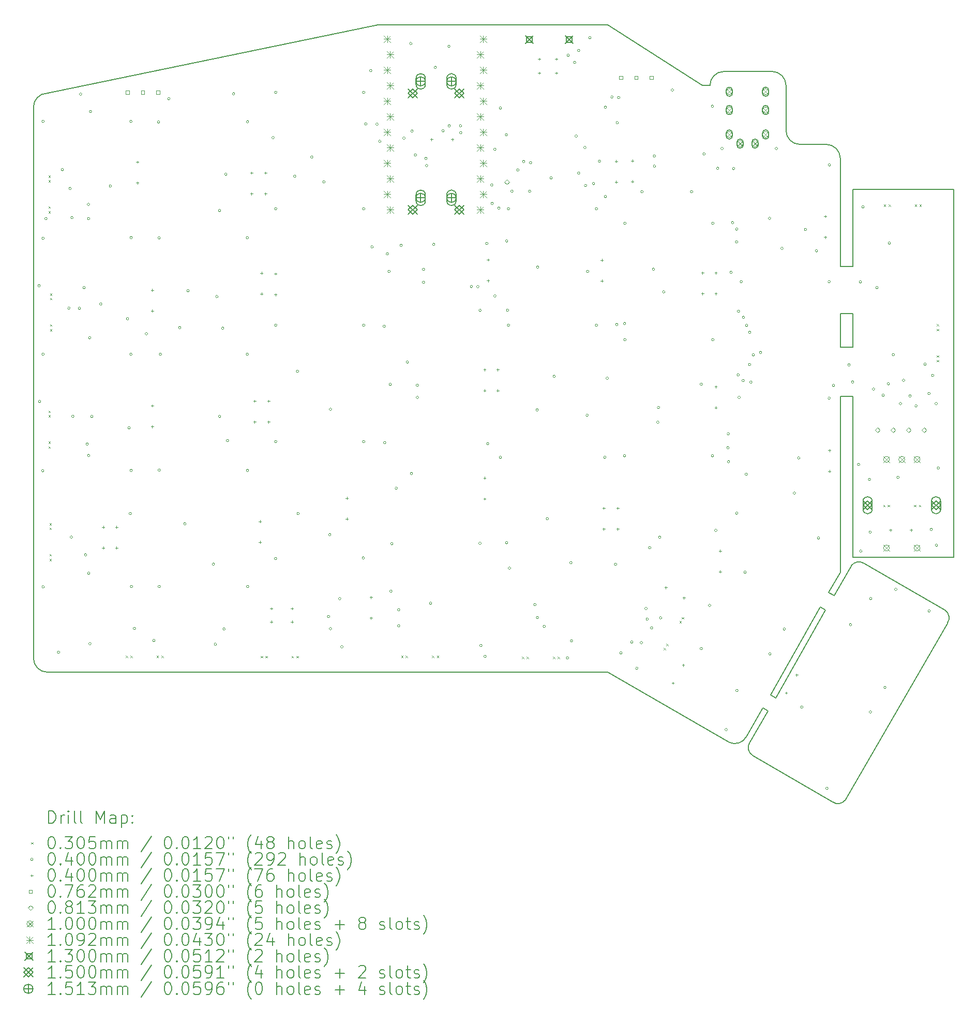
<source format=gbr>
%TF.GenerationSoftware,KiCad,Pcbnew,(6.0.10)*%
%TF.CreationDate,2023-03-19T21:25:39+07:00*%
%TF.ProjectId,ergodash,6572676f-6461-4736-982e-6b696361645f,2.0*%
%TF.SameCoordinates,Original*%
%TF.FileFunction,Drillmap*%
%TF.FilePolarity,Positive*%
%FSLAX45Y45*%
G04 Gerber Fmt 4.5, Leading zero omitted, Abs format (unit mm)*
G04 Created by KiCad (PCBNEW (6.0.10)) date 2023-03-19 21:25:39*
%MOMM*%
%LPD*%
G01*
G04 APERTURE LIST*
%ADD10C,0.150000*%
%ADD11C,0.200000*%
%ADD12C,0.030480*%
%ADD13C,0.040000*%
%ADD14C,0.076200*%
%ADD15C,0.081280*%
%ADD16C,0.100000*%
%ADD17C,0.109220*%
%ADD18C,0.130000*%
%ADD19C,0.151300*%
G04 APERTURE END LIST*
D10*
X19126200Y-4470400D02*
G75*
G03*
X18897600Y-4699000I0J-228600D01*
G01*
X21031200Y-5892800D02*
G75*
G03*
X20802600Y-5664200I-228600J0D01*
G01*
X21031200Y-6731000D02*
X21031200Y-7660640D01*
X21234400Y-6400800D02*
X22618700Y-6400800D01*
X21234400Y-9784080D02*
X21031200Y-9784080D01*
X19888200Y-14668500D02*
X20701000Y-13233400D01*
X21107400Y-16395700D02*
X22783800Y-13500100D01*
X21031200Y-8432800D02*
X21031200Y-8432800D01*
X13462000Y-3708400D02*
X16357600Y-3708400D01*
X22885400Y-6400800D02*
X22885400Y-12420600D01*
X19761200Y-14884400D02*
X19850100Y-14935200D01*
X21031200Y-5892800D02*
X21031200Y-6731000D01*
X21234400Y-7660640D02*
X21234400Y-6400800D01*
X21031200Y-11023600D02*
X21031200Y-12217400D01*
X22885400Y-12420600D02*
X21234400Y-12420600D01*
X22783800Y-13500100D02*
G75*
G03*
X22745700Y-13284200I-127000J88900D01*
G01*
X20142200Y-4699000D02*
X20142200Y-5435600D01*
X8051800Y-14300200D02*
X11480800Y-14300200D01*
X19202400Y-15443200D02*
G75*
G03*
X19494500Y-15354300I101600J190500D01*
G01*
X21031200Y-12217400D02*
X21031200Y-12661900D01*
X18897600Y-4699000D02*
X18770600Y-4699000D01*
X20904200Y-16421100D02*
G75*
G03*
X21107400Y-16395700I88900J114300D01*
G01*
X20142200Y-5435600D02*
G75*
G03*
X20370800Y-5664200I228600J0D01*
G01*
X19494500Y-15354300D02*
X19761200Y-14884400D01*
X7823200Y-14071600D02*
X7823200Y-5054600D01*
X21031200Y-12661900D02*
X20840700Y-12992100D01*
X8051800Y-4826000D02*
G75*
G03*
X7823200Y-5054600I0J-228600D01*
G01*
X19977100Y-14719300D02*
X20789900Y-13284200D01*
X21031200Y-8432800D02*
X21234400Y-8432800D01*
X11480800Y-14300200D02*
X17221200Y-14300200D01*
X19850100Y-14935200D02*
X19545300Y-15455900D01*
X21031200Y-9784080D02*
X21031200Y-11023600D01*
X17221200Y-14300200D02*
X19202400Y-15443200D01*
X20370800Y-5664200D02*
X20802600Y-5664200D01*
X19596100Y-15659100D02*
X20904200Y-16421100D01*
X16357600Y-3708400D02*
X17221200Y-3708400D01*
X21424900Y-12522200D02*
X22745700Y-13284200D01*
X21209000Y-12560300D02*
X20929600Y-13042900D01*
X21234400Y-8432800D02*
X21234400Y-8978900D01*
X19888200Y-14668500D02*
X19977100Y-14719300D01*
X19126200Y-4470400D02*
X19913600Y-4470400D01*
X22618700Y-6400800D02*
X22885400Y-6400800D01*
X21234400Y-12420600D02*
X21234400Y-9784080D01*
X17221200Y-3708400D02*
X18770600Y-4699000D01*
X21031200Y-8432800D02*
X21031200Y-8978900D01*
X21424900Y-12522200D02*
G75*
G03*
X21209000Y-12560300I-88900J-127000D01*
G01*
X13462000Y-3708400D02*
X8051800Y-4826000D01*
X21031200Y-8978900D02*
X21234400Y-8978900D01*
X20142200Y-4699000D02*
G75*
G03*
X19913600Y-4470400I-228600J0D01*
G01*
X7823200Y-14071600D02*
G75*
G03*
X8051800Y-14300200I228600J0D01*
G01*
X19545300Y-15455900D02*
G75*
G03*
X19596100Y-15659100I127000J-76200D01*
G01*
X20701000Y-13233400D02*
X20789900Y-13284200D01*
X21031200Y-7660640D02*
X21234400Y-7660640D01*
X20840700Y-12992100D02*
X20929600Y-13042900D01*
D11*
D12*
X8070660Y-6172060D02*
X8101140Y-6202540D01*
X8101140Y-6172060D02*
X8070660Y-6202540D01*
X8070660Y-6247060D02*
X8101140Y-6277540D01*
X8101140Y-6247060D02*
X8070660Y-6277540D01*
X8070660Y-6677060D02*
X8101140Y-6707540D01*
X8101140Y-6677060D02*
X8070660Y-6707540D01*
X8070660Y-6757060D02*
X8101140Y-6787540D01*
X8101140Y-6757060D02*
X8070660Y-6787540D01*
X8070660Y-10020160D02*
X8101140Y-10050640D01*
X8101140Y-10020160D02*
X8070660Y-10050640D01*
X8070660Y-10095160D02*
X8101140Y-10125640D01*
X8101140Y-10095160D02*
X8070660Y-10125640D01*
X8070660Y-10525160D02*
X8101140Y-10555640D01*
X8101140Y-10525160D02*
X8070660Y-10555640D01*
X8070660Y-10605160D02*
X8101140Y-10635640D01*
X8101140Y-10605160D02*
X8070660Y-10635640D01*
X8084660Y-11861360D02*
X8115140Y-11891840D01*
X8115140Y-11861360D02*
X8084660Y-11891840D01*
X8084660Y-11936360D02*
X8115140Y-11966840D01*
X8115140Y-11936360D02*
X8084660Y-11966840D01*
X8084660Y-12366360D02*
X8115140Y-12396840D01*
X8115140Y-12366360D02*
X8084660Y-12396840D01*
X8084660Y-12446360D02*
X8115140Y-12476840D01*
X8115140Y-12446360D02*
X8084660Y-12476840D01*
X8096060Y-8101860D02*
X8126540Y-8132340D01*
X8126540Y-8101860D02*
X8096060Y-8132340D01*
X8096060Y-8176860D02*
X8126540Y-8207340D01*
X8126540Y-8176860D02*
X8096060Y-8207340D01*
X8096060Y-8606860D02*
X8126540Y-8637340D01*
X8126540Y-8606860D02*
X8096060Y-8637340D01*
X8096060Y-8686860D02*
X8126540Y-8717340D01*
X8126540Y-8686860D02*
X8096060Y-8717340D01*
X9334060Y-14028260D02*
X9364540Y-14058740D01*
X9364540Y-14028260D02*
X9334060Y-14058740D01*
X9409060Y-14028260D02*
X9439540Y-14058740D01*
X9439540Y-14028260D02*
X9409060Y-14058740D01*
X9839060Y-14028260D02*
X9869540Y-14058740D01*
X9869540Y-14028260D02*
X9839060Y-14058740D01*
X9919060Y-14028260D02*
X9949540Y-14058740D01*
X9949540Y-14028260D02*
X9919060Y-14058740D01*
X11543860Y-14033660D02*
X11574340Y-14064140D01*
X11574340Y-14033660D02*
X11543860Y-14064140D01*
X11618860Y-14033660D02*
X11649340Y-14064140D01*
X11649340Y-14033660D02*
X11618860Y-14064140D01*
X12048860Y-14033660D02*
X12079340Y-14064140D01*
X12079340Y-14033660D02*
X12048860Y-14064140D01*
X12128860Y-14033660D02*
X12159340Y-14064140D01*
X12159340Y-14033660D02*
X12128860Y-14064140D01*
X13842560Y-14028260D02*
X13873040Y-14058740D01*
X13873040Y-14028260D02*
X13842560Y-14058740D01*
X13917560Y-14028260D02*
X13948040Y-14058740D01*
X13948040Y-14028260D02*
X13917560Y-14058740D01*
X14347560Y-14028260D02*
X14378040Y-14058740D01*
X14378040Y-14028260D02*
X14347560Y-14058740D01*
X14427560Y-14028260D02*
X14458040Y-14058740D01*
X14458040Y-14028260D02*
X14427560Y-14058740D01*
X15821520Y-14045120D02*
X15852000Y-14075600D01*
X15852000Y-14045120D02*
X15821520Y-14075600D01*
X15896520Y-14045120D02*
X15927000Y-14075600D01*
X15927000Y-14045120D02*
X15896520Y-14075600D01*
X16326520Y-14045120D02*
X16357000Y-14075600D01*
X16357000Y-14045120D02*
X16326520Y-14075600D01*
X16406520Y-14045120D02*
X16437000Y-14075600D01*
X16437000Y-14045120D02*
X16406520Y-14075600D01*
X18142000Y-13905517D02*
X18172480Y-13935997D01*
X18172480Y-13905517D02*
X18142000Y-13935997D01*
X18182000Y-13836235D02*
X18212480Y-13866715D01*
X18212480Y-13836235D02*
X18182000Y-13866715D01*
X18397000Y-13463844D02*
X18427480Y-13494324D01*
X18427480Y-13463844D02*
X18397000Y-13494324D01*
X18434500Y-13398893D02*
X18464980Y-13429373D01*
X18464980Y-13398893D02*
X18434500Y-13429373D01*
X21733260Y-11562960D02*
X21763740Y-11593440D01*
X21763740Y-11562960D02*
X21733260Y-11593440D01*
X21742040Y-6644800D02*
X21772520Y-6675280D01*
X21772520Y-6644800D02*
X21742040Y-6675280D01*
X21808260Y-11562960D02*
X21838740Y-11593440D01*
X21838740Y-11562960D02*
X21808260Y-11593440D01*
X21822040Y-6644800D02*
X21852520Y-6675280D01*
X21852520Y-6644800D02*
X21822040Y-6675280D01*
X22238260Y-11562960D02*
X22268740Y-11593440D01*
X22268740Y-11562960D02*
X22238260Y-11593440D01*
X22252040Y-6644800D02*
X22282520Y-6675280D01*
X22282520Y-6644800D02*
X22252040Y-6675280D01*
X22318260Y-11562960D02*
X22348740Y-11593440D01*
X22348740Y-11562960D02*
X22318260Y-11593440D01*
X22327040Y-6644800D02*
X22357520Y-6675280D01*
X22357520Y-6644800D02*
X22327040Y-6675280D01*
X22610920Y-8605160D02*
X22641400Y-8635640D01*
X22641400Y-8605160D02*
X22610920Y-8635640D01*
X22610920Y-8685160D02*
X22641400Y-8715640D01*
X22641400Y-8685160D02*
X22610920Y-8715640D01*
X22610920Y-9115160D02*
X22641400Y-9145640D01*
X22641400Y-9115160D02*
X22610920Y-9145640D01*
X22610920Y-9190160D02*
X22641400Y-9220640D01*
X22641400Y-9190160D02*
X22610920Y-9220640D01*
D13*
X7934640Y-7975600D02*
G75*
G03*
X7934640Y-7975600I-20000J0D01*
G01*
X7944800Y-9870440D02*
G75*
G03*
X7944800Y-9870440I-20000J0D01*
G01*
X7995600Y-11003280D02*
G75*
G03*
X7995600Y-11003280I-20000J0D01*
G01*
X8000680Y-5288280D02*
G75*
G03*
X8000680Y-5288280I-20000J0D01*
G01*
X8000680Y-7198360D02*
G75*
G03*
X8000680Y-7198360I-20000J0D01*
G01*
X8000680Y-9098280D02*
G75*
G03*
X8000680Y-9098280I-20000J0D01*
G01*
X8000680Y-12903200D02*
G75*
G03*
X8000680Y-12903200I-20000J0D01*
G01*
X8046400Y-6878320D02*
G75*
G03*
X8046400Y-6878320I-20000J0D01*
G01*
X8254680Y-13975080D02*
G75*
G03*
X8254680Y-13975080I-20000J0D01*
G01*
X8315640Y-6075680D02*
G75*
G03*
X8315640Y-6075680I-20000J0D01*
G01*
X8422320Y-8341360D02*
G75*
G03*
X8422320Y-8341360I-20000J0D01*
G01*
X8442640Y-6385560D02*
G75*
G03*
X8442640Y-6385560I-20000J0D01*
G01*
X8462960Y-12090400D02*
G75*
G03*
X8462960Y-12090400I-20000J0D01*
G01*
X8473120Y-6863080D02*
G75*
G03*
X8473120Y-6863080I-20000J0D01*
G01*
X8488360Y-10114280D02*
G75*
G03*
X8488360Y-10114280I-20000J0D01*
G01*
X8595040Y-8346440D02*
G75*
G03*
X8595040Y-8346440I-20000J0D01*
G01*
X8615360Y-4841240D02*
G75*
G03*
X8615360Y-4841240I-20000J0D01*
G01*
X8671240Y-8006080D02*
G75*
G03*
X8671240Y-8006080I-20000J0D01*
G01*
X8696640Y-12379960D02*
G75*
G03*
X8696640Y-12379960I-20000J0D01*
G01*
X8722040Y-10566400D02*
G75*
G03*
X8722040Y-10566400I-20000J0D01*
G01*
X8742360Y-6644640D02*
G75*
G03*
X8742360Y-6644640I-20000J0D01*
G01*
X8747440Y-6878320D02*
G75*
G03*
X8747440Y-6878320I-20000J0D01*
G01*
X8747440Y-10754360D02*
G75*
G03*
X8747440Y-10754360I-20000J0D01*
G01*
X8747440Y-12679680D02*
G75*
G03*
X8747440Y-12679680I-20000J0D01*
G01*
X8762680Y-8829040D02*
G75*
G03*
X8762680Y-8829040I-20000J0D01*
G01*
X8767760Y-13832840D02*
G75*
G03*
X8767760Y-13832840I-20000J0D01*
G01*
X8777920Y-5125720D02*
G75*
G03*
X8777920Y-5125720I-20000J0D01*
G01*
X8798240Y-10114280D02*
G75*
G03*
X8798240Y-10114280I-20000J0D01*
G01*
X8945560Y-8275320D02*
G75*
G03*
X8945560Y-8275320I-20000J0D01*
G01*
X9103040Y-6344920D02*
G75*
G03*
X9103040Y-6344920I-20000J0D01*
G01*
X9384608Y-8516510D02*
G75*
G03*
X9384608Y-8516510I-20000J0D01*
G01*
X9407840Y-10302240D02*
G75*
G03*
X9407840Y-10302240I-20000J0D01*
G01*
X9428160Y-11704320D02*
G75*
G03*
X9428160Y-11704320I-20000J0D01*
G01*
X9438320Y-5288280D02*
G75*
G03*
X9438320Y-5288280I-20000J0D01*
G01*
X9438320Y-9098280D02*
G75*
G03*
X9438320Y-9098280I-20000J0D01*
G01*
X9443400Y-7188200D02*
G75*
G03*
X9443400Y-7188200I-20000J0D01*
G01*
X9443400Y-10998200D02*
G75*
G03*
X9443400Y-10998200I-20000J0D01*
G01*
X9448480Y-12898120D02*
G75*
G03*
X9448480Y-12898120I-20000J0D01*
G01*
X9494200Y-13583920D02*
G75*
G03*
X9494200Y-13583920I-20000J0D01*
G01*
X9692320Y-8763000D02*
G75*
G03*
X9692320Y-8763000I-20000J0D01*
G01*
X9814240Y-13782040D02*
G75*
G03*
X9814240Y-13782040I-20000J0D01*
G01*
X9890440Y-5298440D02*
G75*
G03*
X9890440Y-5298440I-20000J0D01*
G01*
X9900600Y-7193280D02*
G75*
G03*
X9900600Y-7193280I-20000J0D01*
G01*
X9900600Y-10993120D02*
G75*
G03*
X9900600Y-10993120I-20000J0D01*
G01*
X9900600Y-12898120D02*
G75*
G03*
X9900600Y-12898120I-20000J0D01*
G01*
X9920920Y-9098280D02*
G75*
G03*
X9920920Y-9098280I-20000J0D01*
G01*
X10058080Y-4917440D02*
G75*
G03*
X10058080Y-4917440I-20000J0D01*
G01*
X10237982Y-8663101D02*
G75*
G03*
X10237982Y-8663101I-20000J0D01*
G01*
X10322240Y-11871960D02*
G75*
G03*
X10322240Y-11871960I-20000J0D01*
G01*
X10373040Y-8056880D02*
G75*
G03*
X10373040Y-8056880I-20000J0D01*
G01*
X10789600Y-12532360D02*
G75*
G03*
X10789600Y-12532360I-20000J0D01*
G01*
X10820080Y-13843000D02*
G75*
G03*
X10820080Y-13843000I-20000J0D01*
G01*
X10845480Y-8153400D02*
G75*
G03*
X10845480Y-8153400I-20000J0D01*
G01*
X10891200Y-6746240D02*
G75*
G03*
X10891200Y-6746240I-20000J0D01*
G01*
X10891200Y-10114280D02*
G75*
G03*
X10891200Y-10114280I-20000J0D01*
G01*
X10942000Y-8671560D02*
G75*
G03*
X10942000Y-8671560I-20000J0D01*
G01*
X10962320Y-13594080D02*
G75*
G03*
X10962320Y-13594080I-20000J0D01*
G01*
X10992800Y-6151880D02*
G75*
G03*
X10992800Y-6151880I-20000J0D01*
G01*
X11018200Y-10510520D02*
G75*
G03*
X11018200Y-10510520I-20000J0D01*
G01*
X11119800Y-4836160D02*
G75*
G03*
X11119800Y-4836160I-20000J0D01*
G01*
X11343320Y-9098280D02*
G75*
G03*
X11343320Y-9098280I-20000J0D01*
G01*
X11344500Y-7192550D02*
G75*
G03*
X11344500Y-7192550I-20000J0D01*
G01*
X11348400Y-5293360D02*
G75*
G03*
X11348400Y-5293360I-20000J0D01*
G01*
X11348400Y-10998200D02*
G75*
G03*
X11348400Y-10998200I-20000J0D01*
G01*
X11348400Y-12898120D02*
G75*
G03*
X11348400Y-12898120I-20000J0D01*
G01*
X11764960Y-5552440D02*
G75*
G03*
X11764960Y-5552440I-20000J0D01*
G01*
X11805600Y-12440920D02*
G75*
G03*
X11805600Y-12440920I-20000J0D01*
G01*
X11809500Y-4811300D02*
G75*
G03*
X11809500Y-4811300I-20000J0D01*
G01*
X11809500Y-6716300D02*
G75*
G03*
X11809500Y-6716300I-20000J0D01*
G01*
X11809500Y-8621300D02*
G75*
G03*
X11809500Y-8621300I-20000J0D01*
G01*
X11809500Y-10526300D02*
G75*
G03*
X11809500Y-10526300I-20000J0D01*
G01*
X12120560Y-6182360D02*
G75*
G03*
X12120560Y-6182360I-20000J0D01*
G01*
X12166280Y-9377680D02*
G75*
G03*
X12166280Y-9377680I-20000J0D01*
G01*
X12176440Y-11704320D02*
G75*
G03*
X12176440Y-11704320I-20000J0D01*
G01*
X12399960Y-5872480D02*
G75*
G03*
X12399960Y-5872480I-20000J0D01*
G01*
X12598080Y-6278880D02*
G75*
G03*
X12598080Y-6278880I-20000J0D01*
G01*
X12674280Y-13390880D02*
G75*
G03*
X12674280Y-13390880I-20000J0D01*
G01*
X12694600Y-12049760D02*
G75*
G03*
X12694600Y-12049760I-20000J0D01*
G01*
X12704760Y-9997440D02*
G75*
G03*
X12704760Y-9997440I-20000J0D01*
G01*
X12704760Y-13589000D02*
G75*
G03*
X12704760Y-13589000I-20000J0D01*
G01*
X12857160Y-13096240D02*
G75*
G03*
X12857160Y-13096240I-20000J0D01*
G01*
X12892720Y-13883640D02*
G75*
G03*
X12892720Y-13883640I-20000J0D01*
G01*
X13243240Y-12430760D02*
G75*
G03*
X13243240Y-12430760I-20000J0D01*
G01*
X13249500Y-4811300D02*
G75*
G03*
X13249500Y-4811300I-20000J0D01*
G01*
X13249500Y-6716300D02*
G75*
G03*
X13249500Y-6716300I-20000J0D01*
G01*
X13249500Y-8621300D02*
G75*
G03*
X13249500Y-8621300I-20000J0D01*
G01*
X13249500Y-10526300D02*
G75*
G03*
X13249500Y-10526300I-20000J0D01*
G01*
X13283880Y-5328920D02*
G75*
G03*
X13283880Y-5328920I-20000J0D01*
G01*
X13365160Y-4455160D02*
G75*
G03*
X13365160Y-4455160I-20000J0D01*
G01*
X13385480Y-7340600D02*
G75*
G03*
X13385480Y-7340600I-20000J0D01*
G01*
X13466760Y-5334000D02*
G75*
G03*
X13466760Y-5334000I-20000J0D01*
G01*
X13512480Y-5613400D02*
G75*
G03*
X13512480Y-5613400I-20000J0D01*
G01*
X13584500Y-8640000D02*
G75*
G03*
X13584500Y-8640000I-20000J0D01*
G01*
X13593760Y-10546080D02*
G75*
G03*
X13593760Y-10546080I-20000J0D01*
G01*
X13636940Y-7454900D02*
G75*
G03*
X13636940Y-7454900I-20000J0D01*
G01*
X13664880Y-7741920D02*
G75*
G03*
X13664880Y-7741920I-20000J0D01*
G01*
X13685200Y-9591040D02*
G75*
G03*
X13685200Y-9591040I-20000J0D01*
G01*
X13695360Y-12974320D02*
G75*
G03*
X13695360Y-12974320I-20000J0D01*
G01*
X13710600Y-12197080D02*
G75*
G03*
X13710600Y-12197080I-20000J0D01*
G01*
X13781720Y-11287760D02*
G75*
G03*
X13781720Y-11287760I-20000J0D01*
G01*
X13822360Y-13279120D02*
G75*
G03*
X13822360Y-13279120I-20000J0D01*
G01*
X13822360Y-13543280D02*
G75*
G03*
X13822360Y-13543280I-20000J0D01*
G01*
X13863000Y-7315200D02*
G75*
G03*
X13863000Y-7315200I-20000J0D01*
G01*
X13908720Y-5562600D02*
G75*
G03*
X13908720Y-5562600I-20000J0D01*
G01*
X13964600Y-9225280D02*
G75*
G03*
X13964600Y-9225280I-20000J0D01*
G01*
X14020480Y-4013200D02*
G75*
G03*
X14020480Y-4013200I-20000J0D01*
G01*
X14030640Y-11049000D02*
G75*
G03*
X14030640Y-11049000I-20000J0D01*
G01*
X14040800Y-5445760D02*
G75*
G03*
X14040800Y-5445760I-20000J0D01*
G01*
X14096680Y-5836920D02*
G75*
G03*
X14096680Y-5836920I-20000J0D01*
G01*
X14127160Y-9606280D02*
G75*
G03*
X14127160Y-9606280I-20000J0D01*
G01*
X14127160Y-9804400D02*
G75*
G03*
X14127160Y-9804400I-20000J0D01*
G01*
X14228760Y-7706360D02*
G75*
G03*
X14228760Y-7706360I-20000J0D01*
G01*
X14228760Y-7919720D02*
G75*
G03*
X14228760Y-7919720I-20000J0D01*
G01*
X14269400Y-5892800D02*
G75*
G03*
X14269400Y-5892800I-20000J0D01*
G01*
X14279560Y-6009640D02*
G75*
G03*
X14279560Y-6009640I-20000J0D01*
G01*
X14345600Y-13172440D02*
G75*
G03*
X14345600Y-13172440I-20000J0D01*
G01*
X14396400Y-7299960D02*
G75*
G03*
X14396400Y-7299960I-20000J0D01*
G01*
X14421800Y-4404360D02*
G75*
G03*
X14421800Y-4404360I-20000J0D01*
G01*
X14548800Y-5440680D02*
G75*
G03*
X14548800Y-5440680I-20000J0D01*
G01*
X14645320Y-4058920D02*
G75*
G03*
X14645320Y-4058920I-20000J0D01*
G01*
X14650400Y-5359400D02*
G75*
G03*
X14650400Y-5359400I-20000J0D01*
G01*
X14833280Y-5359400D02*
G75*
G03*
X14833280Y-5359400I-20000J0D01*
G01*
X14838360Y-5471160D02*
G75*
G03*
X14838360Y-5471160I-20000J0D01*
G01*
X15011080Y-7990840D02*
G75*
G03*
X15011080Y-7990840I-20000J0D01*
G01*
X15117760Y-7990840D02*
G75*
G03*
X15117760Y-7990840I-20000J0D01*
G01*
X15153320Y-12192000D02*
G75*
G03*
X15153320Y-12192000I-20000J0D01*
G01*
X15154500Y-8380000D02*
G75*
G03*
X15154500Y-8380000I-20000J0D01*
G01*
X15168560Y-13863320D02*
G75*
G03*
X15168560Y-13863320I-20000J0D01*
G01*
X15234600Y-14041120D02*
G75*
G03*
X15234600Y-14041120I-20000J0D01*
G01*
X15265080Y-7284720D02*
G75*
G03*
X15265080Y-7284720I-20000J0D01*
G01*
X15280320Y-10561320D02*
G75*
G03*
X15280320Y-10561320I-20000J0D01*
G01*
X15346360Y-6329680D02*
G75*
G03*
X15346360Y-6329680I-20000J0D01*
G01*
X15351440Y-6629400D02*
G75*
G03*
X15351440Y-6629400I-20000J0D01*
G01*
X15397160Y-5745480D02*
G75*
G03*
X15397160Y-5745480I-20000J0D01*
G01*
X15397160Y-8143240D02*
G75*
G03*
X15397160Y-8143240I-20000J0D01*
G01*
X15463200Y-6705600D02*
G75*
G03*
X15463200Y-6705600I-20000J0D01*
G01*
X15488600Y-5069840D02*
G75*
G03*
X15488600Y-5069840I-20000J0D01*
G01*
X15488600Y-10784840D02*
G75*
G03*
X15488600Y-10784840I-20000J0D01*
G01*
X15585120Y-5506720D02*
G75*
G03*
X15585120Y-5506720I-20000J0D01*
G01*
X15590200Y-7244080D02*
G75*
G03*
X15590200Y-7244080I-20000J0D01*
G01*
X15590200Y-12181840D02*
G75*
G03*
X15590200Y-12181840I-20000J0D01*
G01*
X15605440Y-8376920D02*
G75*
G03*
X15605440Y-8376920I-20000J0D01*
G01*
X15619500Y-6716300D02*
G75*
G03*
X15619500Y-6716300I-20000J0D01*
G01*
X15619500Y-8621300D02*
G75*
G03*
X15619500Y-8621300I-20000J0D01*
G01*
X15635920Y-12598400D02*
G75*
G03*
X15635920Y-12598400I-20000J0D01*
G01*
X15676560Y-6431280D02*
G75*
G03*
X15676560Y-6431280I-20000J0D01*
G01*
X15773080Y-6080760D02*
G75*
G03*
X15773080Y-6080760I-20000J0D01*
G01*
X15869600Y-5943600D02*
G75*
G03*
X15869600Y-5943600I-20000J0D01*
G01*
X15966120Y-6431280D02*
G75*
G03*
X15966120Y-6431280I-20000J0D01*
G01*
X15981360Y-5963920D02*
G75*
G03*
X15981360Y-5963920I-20000J0D01*
G01*
X16052480Y-13192760D02*
G75*
G03*
X16052480Y-13192760I-20000J0D01*
G01*
X16088040Y-10007600D02*
G75*
G03*
X16088040Y-10007600I-20000J0D01*
G01*
X16093120Y-13406120D02*
G75*
G03*
X16093120Y-13406120I-20000J0D01*
G01*
X16098200Y-7670800D02*
G75*
G03*
X16098200Y-7670800I-20000J0D01*
G01*
X16204880Y-13548360D02*
G75*
G03*
X16204880Y-13548360I-20000J0D01*
G01*
X16255680Y-11790680D02*
G75*
G03*
X16255680Y-11790680I-20000J0D01*
G01*
X16316640Y-6212840D02*
G75*
G03*
X16316640Y-6212840I-20000J0D01*
G01*
X16367440Y-9458960D02*
G75*
G03*
X16367440Y-9458960I-20000J0D01*
G01*
X16585880Y-14066520D02*
G75*
G03*
X16585880Y-14066520I-20000J0D01*
G01*
X16596040Y-4206240D02*
G75*
G03*
X16596040Y-4206240I-20000J0D01*
G01*
X16641760Y-12506960D02*
G75*
G03*
X16641760Y-12506960I-20000J0D01*
G01*
X16651920Y-13787120D02*
G75*
G03*
X16651920Y-13787120I-20000J0D01*
G01*
X16702720Y-4323080D02*
G75*
G03*
X16702720Y-4323080I-20000J0D01*
G01*
X16728120Y-5527040D02*
G75*
G03*
X16728120Y-5527040I-20000J0D01*
G01*
X16768760Y-4124960D02*
G75*
G03*
X16768760Y-4124960I-20000J0D01*
G01*
X16768760Y-6131560D02*
G75*
G03*
X16768760Y-6131560I-20000J0D01*
G01*
X16870360Y-5715000D02*
G75*
G03*
X16870360Y-5715000I-20000J0D01*
G01*
X16880520Y-6334760D02*
G75*
G03*
X16880520Y-6334760I-20000J0D01*
G01*
X16905920Y-10093960D02*
G75*
G03*
X16905920Y-10093960I-20000J0D01*
G01*
X16916080Y-7741920D02*
G75*
G03*
X16916080Y-7741920I-20000J0D01*
G01*
X16951640Y-3916680D02*
G75*
G03*
X16951640Y-3916680I-20000J0D01*
G01*
X17012600Y-6304280D02*
G75*
G03*
X17012600Y-6304280I-20000J0D01*
G01*
X17059500Y-6716300D02*
G75*
G03*
X17059500Y-6716300I-20000J0D01*
G01*
X17059500Y-8621300D02*
G75*
G03*
X17059500Y-8621300I-20000J0D01*
G01*
X17109120Y-5938520D02*
G75*
G03*
X17109120Y-5938520I-20000J0D01*
G01*
X17195480Y-10784840D02*
G75*
G03*
X17195480Y-10784840I-20000J0D01*
G01*
X17205640Y-5054600D02*
G75*
G03*
X17205640Y-5054600I-20000J0D01*
G01*
X17205640Y-6517640D02*
G75*
G03*
X17205640Y-6517640I-20000J0D01*
G01*
X17236120Y-9489440D02*
G75*
G03*
X17236120Y-9489440I-20000J0D01*
G01*
X17312320Y-4886960D02*
G75*
G03*
X17312320Y-4886960I-20000J0D01*
G01*
X17373280Y-12532360D02*
G75*
G03*
X17373280Y-12532360I-20000J0D01*
G01*
X17393600Y-8610600D02*
G75*
G03*
X17393600Y-8610600I-20000J0D01*
G01*
X17398680Y-5308600D02*
G75*
G03*
X17398680Y-5308600I-20000J0D01*
G01*
X17424080Y-4897120D02*
G75*
G03*
X17424080Y-4897120I-20000J0D01*
G01*
X17459640Y-13985240D02*
G75*
G03*
X17459640Y-13985240I-20000J0D01*
G01*
X17520600Y-8595360D02*
G75*
G03*
X17520600Y-8595360I-20000J0D01*
G01*
X17520600Y-10759440D02*
G75*
G03*
X17520600Y-10759440I-20000J0D01*
G01*
X17524500Y-6954425D02*
G75*
G03*
X17524500Y-6954425I-20000J0D01*
G01*
X17524500Y-8859425D02*
G75*
G03*
X17524500Y-8859425I-20000J0D01*
G01*
X17637440Y-13807440D02*
G75*
G03*
X17637440Y-13807440I-20000J0D01*
G01*
X17718720Y-14234160D02*
G75*
G03*
X17718720Y-14234160I-20000J0D01*
G01*
X17794920Y-13817600D02*
G75*
G03*
X17794920Y-13817600I-20000J0D01*
G01*
X17805080Y-6436360D02*
G75*
G03*
X17805080Y-6436360I-20000J0D01*
G01*
X17871120Y-13258800D02*
G75*
G03*
X17871120Y-13258800I-20000J0D01*
G01*
X17891440Y-13431520D02*
G75*
G03*
X17891440Y-13431520I-20000J0D01*
G01*
X17932080Y-12263120D02*
G75*
G03*
X17932080Y-12263120I-20000J0D01*
G01*
X17962560Y-13573760D02*
G75*
G03*
X17962560Y-13573760I-20000J0D01*
G01*
X17993040Y-7706360D02*
G75*
G03*
X17993040Y-7706360I-20000J0D01*
G01*
X18008280Y-5852160D02*
G75*
G03*
X18008280Y-5852160I-20000J0D01*
G01*
X18008280Y-6019800D02*
G75*
G03*
X18008280Y-6019800I-20000J0D01*
G01*
X18064160Y-10210800D02*
G75*
G03*
X18064160Y-10210800I-20000J0D01*
G01*
X18074320Y-9966960D02*
G75*
G03*
X18074320Y-9966960I-20000J0D01*
G01*
X18094640Y-12090400D02*
G75*
G03*
X18094640Y-12090400I-20000J0D01*
G01*
X18109880Y-13411200D02*
G75*
G03*
X18109880Y-13411200I-20000J0D01*
G01*
X18160680Y-8077200D02*
G75*
G03*
X18160680Y-8077200I-20000J0D01*
G01*
X18302920Y-4775200D02*
G75*
G03*
X18302920Y-4775200I-20000J0D01*
G01*
X18617880Y-6436360D02*
G75*
G03*
X18617880Y-6436360I-20000J0D01*
G01*
X18775360Y-9585960D02*
G75*
G03*
X18775360Y-9585960I-20000J0D01*
G01*
X18775360Y-13914120D02*
G75*
G03*
X18775360Y-13914120I-20000J0D01*
G01*
X18821080Y-5821680D02*
G75*
G03*
X18821080Y-5821680I-20000J0D01*
G01*
X18912520Y-13208000D02*
G75*
G03*
X18912520Y-13208000I-20000J0D01*
G01*
X18958240Y-5039360D02*
G75*
G03*
X18958240Y-5039360I-20000J0D01*
G01*
X18958240Y-10759440D02*
G75*
G03*
X18958240Y-10759440I-20000J0D01*
G01*
X18964500Y-6954425D02*
G75*
G03*
X18964500Y-6954425I-20000J0D01*
G01*
X18964500Y-8859425D02*
G75*
G03*
X18964500Y-8859425I-20000J0D01*
G01*
X19014120Y-11978640D02*
G75*
G03*
X19014120Y-11978640I-20000J0D01*
G01*
X19044600Y-6055360D02*
G75*
G03*
X19044600Y-6055360I-20000J0D01*
G01*
X19115720Y-5730240D02*
G75*
G03*
X19115720Y-5730240I-20000J0D01*
G01*
X19181760Y-15240000D02*
G75*
G03*
X19181760Y-15240000I-20000J0D01*
G01*
X19212240Y-10627360D02*
G75*
G03*
X19212240Y-10627360I-20000J0D01*
G01*
X19217320Y-10398760D02*
G75*
G03*
X19217320Y-10398760I-20000J0D01*
G01*
X19222400Y-10855960D02*
G75*
G03*
X19222400Y-10855960I-20000J0D01*
G01*
X19263040Y-7757160D02*
G75*
G03*
X19263040Y-7757160I-20000J0D01*
G01*
X19288440Y-6944360D02*
G75*
G03*
X19288440Y-6944360I-20000J0D01*
G01*
X19303680Y-6060440D02*
G75*
G03*
X19303680Y-6060440I-20000J0D01*
G01*
X19354480Y-7051040D02*
G75*
G03*
X19354480Y-7051040I-20000J0D01*
G01*
X19354480Y-7259320D02*
G75*
G03*
X19354480Y-7259320I-20000J0D01*
G01*
X19354480Y-11699240D02*
G75*
G03*
X19354480Y-11699240I-20000J0D01*
G01*
X19359560Y-14599920D02*
G75*
G03*
X19359560Y-14599920I-20000J0D01*
G01*
X19379880Y-9433560D02*
G75*
G03*
X19379880Y-9433560I-20000J0D01*
G01*
X19384960Y-8392160D02*
G75*
G03*
X19384960Y-8392160I-20000J0D01*
G01*
X19395120Y-9804400D02*
G75*
G03*
X19395120Y-9804400I-20000J0D01*
G01*
X19429500Y-7910100D02*
G75*
G03*
X19429500Y-7910100I-20000J0D01*
G01*
X19461160Y-9530080D02*
G75*
G03*
X19461160Y-9530080I-20000J0D01*
G01*
X19466240Y-8493760D02*
G75*
G03*
X19466240Y-8493760I-20000J0D01*
G01*
X19491768Y-12663732D02*
G75*
G03*
X19491768Y-12663732I-20000J0D01*
G01*
X19511960Y-11059160D02*
G75*
G03*
X19511960Y-11059160I-20000J0D01*
G01*
X19517040Y-8625840D02*
G75*
G03*
X19517040Y-8625840I-20000J0D01*
G01*
X19567840Y-8737600D02*
G75*
G03*
X19567840Y-8737600I-20000J0D01*
G01*
X19567840Y-9265920D02*
G75*
G03*
X19567840Y-9265920I-20000J0D01*
G01*
X19588160Y-9555480D02*
G75*
G03*
X19588160Y-9555480I-20000J0D01*
G01*
X19628800Y-9108440D02*
G75*
G03*
X19628800Y-9108440I-20000J0D01*
G01*
X19745640Y-9067800D02*
G75*
G03*
X19745640Y-9067800I-20000J0D01*
G01*
X19892960Y-6873240D02*
G75*
G03*
X19892960Y-6873240I-20000J0D01*
G01*
X19900673Y-14001492D02*
G75*
G03*
X19900673Y-14001492I-20000J0D01*
G01*
X20004720Y-5730240D02*
G75*
G03*
X20004720Y-5730240I-20000J0D01*
G01*
X20096160Y-7366000D02*
G75*
G03*
X20096160Y-7366000I-20000J0D01*
G01*
X20134132Y-13595309D02*
G75*
G03*
X20134132Y-13595309I-20000J0D01*
G01*
X20299360Y-11369040D02*
G75*
G03*
X20299360Y-11369040I-20000J0D01*
G01*
X20370480Y-10795000D02*
G75*
G03*
X20370480Y-10795000I-20000J0D01*
G01*
X20421280Y-14869160D02*
G75*
G03*
X20421280Y-14869160I-20000J0D01*
G01*
X20482240Y-7056120D02*
G75*
G03*
X20482240Y-7056120I-20000J0D01*
G01*
X20662668Y-7406570D02*
G75*
G03*
X20662668Y-7406570I-20000J0D01*
G01*
X20693966Y-12105649D02*
G75*
G03*
X20693966Y-12105649I-20000J0D01*
G01*
X20832760Y-16200120D02*
G75*
G03*
X20832760Y-16200120I-20000J0D01*
G01*
X20868320Y-7909560D02*
G75*
G03*
X20868320Y-7909560I-20000J0D01*
G01*
X20868320Y-9814560D02*
G75*
G03*
X20868320Y-9814560I-20000J0D01*
G01*
X20873400Y-5999480D02*
G75*
G03*
X20873400Y-5999480I-20000J0D01*
G01*
X20939440Y-9606280D02*
G75*
G03*
X20939440Y-9606280I-20000J0D01*
G01*
X21193440Y-9271000D02*
G75*
G03*
X21193440Y-9271000I-20000J0D01*
G01*
X21218840Y-13522960D02*
G75*
G03*
X21218840Y-13522960I-20000J0D01*
G01*
X21254400Y-9550400D02*
G75*
G03*
X21254400Y-9550400I-20000J0D01*
G01*
X21350920Y-10901680D02*
G75*
G03*
X21350920Y-10901680I-20000J0D01*
G01*
X21381400Y-7914640D02*
G75*
G03*
X21381400Y-7914640I-20000J0D01*
G01*
X21386480Y-12319000D02*
G75*
G03*
X21386480Y-12319000I-20000J0D01*
G01*
X21422040Y-6685280D02*
G75*
G03*
X21422040Y-6685280I-20000J0D01*
G01*
X21528720Y-11145520D02*
G75*
G03*
X21528720Y-11145520I-20000J0D01*
G01*
X21539731Y-12007541D02*
G75*
G03*
X21539731Y-12007541I-20000J0D01*
G01*
X21543960Y-14950440D02*
G75*
G03*
X21543960Y-14950440I-20000J0D01*
G01*
X21549040Y-13096240D02*
G75*
G03*
X21549040Y-13096240I-20000J0D01*
G01*
X21549040Y-13096240D02*
G75*
G03*
X21549040Y-13096240I-20000J0D01*
G01*
X21594760Y-9667240D02*
G75*
G03*
X21594760Y-9667240I-20000J0D01*
G01*
X21650640Y-8006080D02*
G75*
G03*
X21650640Y-8006080I-20000J0D01*
G01*
X21752240Y-9768840D02*
G75*
G03*
X21752240Y-9768840I-20000J0D01*
G01*
X21782720Y-14549120D02*
G75*
G03*
X21782720Y-14549120I-20000J0D01*
G01*
X21838600Y-9580880D02*
G75*
G03*
X21838600Y-9580880I-20000J0D01*
G01*
X21853840Y-7279640D02*
G75*
G03*
X21853840Y-7279640I-20000J0D01*
G01*
X21919880Y-9103360D02*
G75*
G03*
X21919880Y-9103360I-20000J0D01*
G01*
X21960520Y-12943840D02*
G75*
G03*
X21960520Y-12943840I-20000J0D01*
G01*
X21996080Y-11109960D02*
G75*
G03*
X21996080Y-11109960I-20000J0D01*
G01*
X22036720Y-9906000D02*
G75*
G03*
X22036720Y-9906000I-20000J0D01*
G01*
X22087520Y-9525000D02*
G75*
G03*
X22087520Y-9525000I-20000J0D01*
G01*
X22194200Y-9779000D02*
G75*
G03*
X22194200Y-9779000I-20000J0D01*
G01*
X22290720Y-9941560D02*
G75*
G03*
X22290720Y-9941560I-20000J0D01*
G01*
X22438040Y-9260840D02*
G75*
G03*
X22438040Y-9260840I-20000J0D01*
G01*
X22504080Y-9738360D02*
G75*
G03*
X22504080Y-9738360I-20000J0D01*
G01*
X22504080Y-13299440D02*
G75*
G03*
X22504080Y-13299440I-20000J0D01*
G01*
X22539640Y-11963400D02*
G75*
G03*
X22539640Y-11963400I-20000J0D01*
G01*
X22565040Y-9443720D02*
G75*
G03*
X22565040Y-9443720I-20000J0D01*
G01*
X22620920Y-9906000D02*
G75*
G03*
X22620920Y-9906000I-20000J0D01*
G01*
X22626000Y-12222480D02*
G75*
G03*
X22626000Y-12222480I-20000J0D01*
G01*
X22656480Y-10957560D02*
G75*
G03*
X22656480Y-10957560I-20000J0D01*
G01*
X8966200Y-11905480D02*
X8966200Y-11945480D01*
X8946200Y-11925480D02*
X8986200Y-11925480D01*
X8966200Y-12245480D02*
X8966200Y-12285480D01*
X8946200Y-12265480D02*
X8986200Y-12265480D01*
X9184640Y-11905480D02*
X9184640Y-11945480D01*
X9164640Y-11925480D02*
X9204640Y-11925480D01*
X9184640Y-12245480D02*
X9184640Y-12285480D01*
X9164640Y-12265480D02*
X9204640Y-12265480D01*
X9525000Y-5931400D02*
X9525000Y-5971400D01*
X9505000Y-5951400D02*
X9545000Y-5951400D01*
X9525000Y-6271400D02*
X9525000Y-6311400D01*
X9505000Y-6291400D02*
X9545000Y-6291400D01*
X9766300Y-8026900D02*
X9766300Y-8066900D01*
X9746300Y-8046900D02*
X9786300Y-8046900D01*
X9766300Y-8366900D02*
X9766300Y-8406900D01*
X9746300Y-8386900D02*
X9786300Y-8386900D01*
X9766300Y-9919200D02*
X9766300Y-9959200D01*
X9746300Y-9939200D02*
X9786300Y-9939200D01*
X9766300Y-10259200D02*
X9766300Y-10299200D01*
X9746300Y-10279200D02*
X9786300Y-10279200D01*
X11391900Y-6109200D02*
X11391900Y-6149200D01*
X11371900Y-6129200D02*
X11411900Y-6129200D01*
X11391900Y-6449200D02*
X11391900Y-6489200D01*
X11371900Y-6469200D02*
X11411900Y-6469200D01*
X11442700Y-9843000D02*
X11442700Y-9883000D01*
X11422700Y-9863000D02*
X11462700Y-9863000D01*
X11442700Y-10183000D02*
X11442700Y-10223000D01*
X11422700Y-10203000D02*
X11462700Y-10203000D01*
X11531600Y-11811500D02*
X11531600Y-11851500D01*
X11511600Y-11831500D02*
X11551600Y-11831500D01*
X11531600Y-12151500D02*
X11531600Y-12191500D01*
X11511600Y-12171500D02*
X11551600Y-12171500D01*
X11557000Y-7747500D02*
X11557000Y-7787500D01*
X11537000Y-7767500D02*
X11577000Y-7767500D01*
X11557000Y-8087500D02*
X11557000Y-8127500D01*
X11537000Y-8107500D02*
X11577000Y-8107500D01*
X11620500Y-6109200D02*
X11620500Y-6149200D01*
X11600500Y-6129200D02*
X11640500Y-6129200D01*
X11620500Y-6449200D02*
X11620500Y-6489200D01*
X11600500Y-6469200D02*
X11640500Y-6469200D01*
X11671300Y-9843000D02*
X11671300Y-9883000D01*
X11651300Y-9863000D02*
X11691300Y-9863000D01*
X11671300Y-10183000D02*
X11671300Y-10223000D01*
X11651300Y-10203000D02*
X11691300Y-10203000D01*
X11717200Y-13238800D02*
X11717200Y-13278800D01*
X11697200Y-13258800D02*
X11737200Y-13258800D01*
X11717200Y-13454700D02*
X11717200Y-13494700D01*
X11697200Y-13474700D02*
X11737200Y-13474700D01*
X11785600Y-7760200D02*
X11785600Y-7800200D01*
X11765600Y-7780200D02*
X11805600Y-7780200D01*
X11785600Y-8100200D02*
X11785600Y-8140200D01*
X11765600Y-8120200D02*
X11805600Y-8120200D01*
X12057200Y-13238800D02*
X12057200Y-13278800D01*
X12037200Y-13258800D02*
X12077200Y-13258800D01*
X12057200Y-13454700D02*
X12057200Y-13494700D01*
X12037200Y-13474700D02*
X12077200Y-13474700D01*
X12954000Y-11430500D02*
X12954000Y-11470500D01*
X12934000Y-11450500D02*
X12974000Y-11450500D01*
X12954000Y-11770500D02*
X12954000Y-11810500D01*
X12934000Y-11790500D02*
X12974000Y-11790500D01*
X13347700Y-13054000D02*
X13347700Y-13094000D01*
X13327700Y-13074000D02*
X13367700Y-13074000D01*
X13347700Y-13394000D02*
X13347700Y-13434000D01*
X13327700Y-13414000D02*
X13367700Y-13414000D01*
X14341200Y-5562920D02*
X14341200Y-5602920D01*
X14321200Y-5582920D02*
X14361200Y-5582920D01*
X14681200Y-5562920D02*
X14681200Y-5602920D01*
X14661200Y-5582920D02*
X14701200Y-5582920D01*
X15209520Y-9329920D02*
X15209520Y-9369920D01*
X15189520Y-9349920D02*
X15229520Y-9349920D01*
X15209520Y-9669920D02*
X15209520Y-9709920D01*
X15189520Y-9689920D02*
X15229520Y-9689920D01*
X15209520Y-11102840D02*
X15209520Y-11142840D01*
X15189520Y-11122840D02*
X15229520Y-11122840D01*
X15209520Y-11442840D02*
X15209520Y-11482840D01*
X15189520Y-11462840D02*
X15229520Y-11462840D01*
X15265400Y-7531600D02*
X15265400Y-7571600D01*
X15245400Y-7551600D02*
X15285400Y-7551600D01*
X15265400Y-7871600D02*
X15265400Y-7911600D01*
X15245400Y-7891600D02*
X15285400Y-7891600D01*
X15422880Y-9329920D02*
X15422880Y-9369920D01*
X15402880Y-9349920D02*
X15442880Y-9349920D01*
X15422880Y-9669920D02*
X15422880Y-9709920D01*
X15402880Y-9689920D02*
X15442880Y-9689920D01*
X16103300Y-4247200D02*
X16103300Y-4287200D01*
X16083300Y-4267200D02*
X16123300Y-4267200D01*
X16103300Y-4475800D02*
X16103300Y-4515800D01*
X16083300Y-4495800D02*
X16123300Y-4495800D01*
X16383300Y-4247200D02*
X16383300Y-4287200D01*
X16363300Y-4267200D02*
X16403300Y-4267200D01*
X16383300Y-4475800D02*
X16383300Y-4515800D01*
X16363300Y-4495800D02*
X16403300Y-4495800D01*
X17129760Y-7536680D02*
X17129760Y-7576680D01*
X17109760Y-7556680D02*
X17149760Y-7556680D01*
X17129760Y-7876680D02*
X17129760Y-7916680D01*
X17109760Y-7896680D02*
X17149760Y-7896680D01*
X17157700Y-11595600D02*
X17157700Y-11635600D01*
X17137700Y-11615600D02*
X17177700Y-11615600D01*
X17157700Y-11935600D02*
X17157700Y-11975600D01*
X17137700Y-11955600D02*
X17177700Y-11955600D01*
X17360900Y-5918700D02*
X17360900Y-5958700D01*
X17340900Y-5938700D02*
X17380900Y-5938700D01*
X17360900Y-6258700D02*
X17360900Y-6298700D01*
X17340900Y-6278700D02*
X17380900Y-6278700D01*
X17386300Y-11595600D02*
X17386300Y-11635600D01*
X17366300Y-11615600D02*
X17406300Y-11615600D01*
X17386300Y-11935600D02*
X17386300Y-11975600D01*
X17366300Y-11955600D02*
X17406300Y-11955600D01*
X17627600Y-5911080D02*
X17627600Y-5951080D01*
X17607600Y-5931080D02*
X17647600Y-5931080D01*
X17627600Y-6251080D02*
X17627600Y-6291080D01*
X17607600Y-6271080D02*
X17647600Y-6271080D01*
X18175779Y-12892400D02*
X18175779Y-12932400D01*
X18155779Y-12912400D02*
X18195779Y-12912400D01*
X18290720Y-14457809D02*
X18290720Y-14497809D01*
X18270720Y-14477809D02*
X18310720Y-14477809D01*
X18460720Y-14163360D02*
X18460720Y-14203360D01*
X18440720Y-14183360D02*
X18480720Y-14183360D01*
X18470227Y-13062400D02*
X18470227Y-13102400D01*
X18450227Y-13082400D02*
X18490227Y-13082400D01*
X18775680Y-7744960D02*
X18775680Y-7784960D01*
X18755680Y-7764960D02*
X18795680Y-7764960D01*
X18775680Y-8084960D02*
X18775680Y-8124960D01*
X18755680Y-8104960D02*
X18795680Y-8104960D01*
X18994120Y-7744960D02*
X18994120Y-7784960D01*
X18974120Y-7764960D02*
X19014120Y-7764960D01*
X18994120Y-8084960D02*
X18994120Y-8124960D01*
X18974120Y-8104960D02*
X19014120Y-8104960D01*
X18994120Y-9609320D02*
X18994120Y-9649320D01*
X18974120Y-9629320D02*
X19014120Y-9629320D01*
X18994120Y-9949320D02*
X18994120Y-9989320D01*
X18974120Y-9969320D02*
X19014120Y-9969320D01*
X19062700Y-12294100D02*
X19062700Y-12334100D01*
X19042700Y-12314100D02*
X19082700Y-12314100D01*
X19062700Y-12634100D02*
X19062700Y-12674100D01*
X19042700Y-12654100D02*
X19082700Y-12654100D01*
X20146100Y-14617924D02*
X20146100Y-14657924D01*
X20126100Y-14637924D02*
X20166100Y-14637924D01*
X20316100Y-14323476D02*
X20316100Y-14363476D01*
X20296100Y-14343476D02*
X20336100Y-14343476D01*
X20787360Y-6820400D02*
X20787360Y-6860400D01*
X20767360Y-6840400D02*
X20807360Y-6840400D01*
X20787360Y-7160400D02*
X20787360Y-7200400D01*
X20767360Y-7180400D02*
X20807360Y-7180400D01*
X20853400Y-10650720D02*
X20853400Y-10690720D01*
X20833400Y-10670720D02*
X20873400Y-10670720D01*
X20853400Y-10990720D02*
X20853400Y-11030720D01*
X20833400Y-11010720D02*
X20873400Y-11010720D01*
X21851800Y-11953560D02*
X21851800Y-11993560D01*
X21831800Y-11973560D02*
X21871800Y-11973560D01*
X22191800Y-11953560D02*
X22191800Y-11993560D01*
X22171800Y-11973560D02*
X22211800Y-11973560D01*
D14*
X9390841Y-4840241D02*
X9390841Y-4786359D01*
X9336959Y-4786359D01*
X9336959Y-4840241D01*
X9390841Y-4840241D01*
X9640841Y-4840241D02*
X9640841Y-4786359D01*
X9586959Y-4786359D01*
X9586959Y-4840241D01*
X9640841Y-4840241D01*
X9890841Y-4840241D02*
X9890841Y-4786359D01*
X9836959Y-4786359D01*
X9836959Y-4840241D01*
X9890841Y-4840241D01*
X17468041Y-4598941D02*
X17468041Y-4545059D01*
X17414159Y-4545059D01*
X17414159Y-4598941D01*
X17468041Y-4598941D01*
X17718041Y-4598941D02*
X17718041Y-4545059D01*
X17664159Y-4545059D01*
X17664159Y-4598941D01*
X17718041Y-4598941D01*
X17968041Y-4598941D02*
X17968041Y-4545059D01*
X17914159Y-4545059D01*
X17914159Y-4598941D01*
X17968041Y-4598941D01*
D15*
X15575280Y-6319520D02*
X15615920Y-6278880D01*
X15575280Y-6238240D01*
X15534640Y-6278880D01*
X15575280Y-6319520D01*
X21640800Y-10378440D02*
X21681440Y-10337800D01*
X21640800Y-10297160D01*
X21600160Y-10337800D01*
X21640800Y-10378440D01*
X21894800Y-10378440D02*
X21935440Y-10337800D01*
X21894800Y-10297160D01*
X21854160Y-10337800D01*
X21894800Y-10378440D01*
X22148800Y-10378440D02*
X22189440Y-10337800D01*
X22148800Y-10297160D01*
X22108160Y-10337800D01*
X22148800Y-10378440D01*
X22402800Y-10378440D02*
X22443440Y-10337800D01*
X22402800Y-10297160D01*
X22362160Y-10337800D01*
X22402800Y-10378440D01*
D16*
X19164200Y-4751500D02*
X19264200Y-4851500D01*
X19264200Y-4751500D02*
X19164200Y-4851500D01*
X19264200Y-4801500D02*
G75*
G03*
X19264200Y-4801500I-50000J0D01*
G01*
D11*
X19164200Y-4776500D02*
X19164200Y-4826500D01*
X19264200Y-4776500D02*
X19264200Y-4826500D01*
X19164200Y-4826500D02*
G75*
G03*
X19264200Y-4826500I50000J0D01*
G01*
X19264200Y-4776500D02*
G75*
G03*
X19164200Y-4776500I-50000J0D01*
G01*
D16*
X19164200Y-5051500D02*
X19264200Y-5151500D01*
X19264200Y-5051500D02*
X19164200Y-5151500D01*
X19264200Y-5101500D02*
G75*
G03*
X19264200Y-5101500I-50000J0D01*
G01*
D11*
X19164200Y-5076500D02*
X19164200Y-5126500D01*
X19264200Y-5076500D02*
X19264200Y-5126500D01*
X19164200Y-5126500D02*
G75*
G03*
X19264200Y-5126500I50000J0D01*
G01*
X19264200Y-5076500D02*
G75*
G03*
X19164200Y-5076500I-50000J0D01*
G01*
D16*
X19164200Y-5451500D02*
X19264200Y-5551500D01*
X19264200Y-5451500D02*
X19164200Y-5551500D01*
X19264200Y-5501500D02*
G75*
G03*
X19264200Y-5501500I-50000J0D01*
G01*
D11*
X19164200Y-5476500D02*
X19164200Y-5526500D01*
X19264200Y-5476500D02*
X19264200Y-5526500D01*
X19164200Y-5526500D02*
G75*
G03*
X19264200Y-5526500I50000J0D01*
G01*
X19264200Y-5476500D02*
G75*
G03*
X19164200Y-5476500I-50000J0D01*
G01*
D16*
X19339200Y-5601500D02*
X19439200Y-5701500D01*
X19439200Y-5601500D02*
X19339200Y-5701500D01*
X19439200Y-5651500D02*
G75*
G03*
X19439200Y-5651500I-50000J0D01*
G01*
D11*
X19339200Y-5626500D02*
X19339200Y-5676500D01*
X19439200Y-5626500D02*
X19439200Y-5676500D01*
X19339200Y-5676500D02*
G75*
G03*
X19439200Y-5676500I50000J0D01*
G01*
X19439200Y-5626500D02*
G75*
G03*
X19339200Y-5626500I-50000J0D01*
G01*
D16*
X19584200Y-5601500D02*
X19684200Y-5701500D01*
X19684200Y-5601500D02*
X19584200Y-5701500D01*
X19684200Y-5651500D02*
G75*
G03*
X19684200Y-5651500I-50000J0D01*
G01*
D11*
X19584200Y-5626500D02*
X19584200Y-5676500D01*
X19684200Y-5626500D02*
X19684200Y-5676500D01*
X19584200Y-5676500D02*
G75*
G03*
X19684200Y-5676500I50000J0D01*
G01*
X19684200Y-5626500D02*
G75*
G03*
X19584200Y-5626500I-50000J0D01*
G01*
D16*
X19759200Y-4751500D02*
X19859200Y-4851500D01*
X19859200Y-4751500D02*
X19759200Y-4851500D01*
X19859200Y-4801500D02*
G75*
G03*
X19859200Y-4801500I-50000J0D01*
G01*
D11*
X19759200Y-4776500D02*
X19759200Y-4826500D01*
X19859200Y-4776500D02*
X19859200Y-4826500D01*
X19759200Y-4826500D02*
G75*
G03*
X19859200Y-4826500I50000J0D01*
G01*
X19859200Y-4776500D02*
G75*
G03*
X19759200Y-4776500I-50000J0D01*
G01*
D16*
X19759200Y-5051500D02*
X19859200Y-5151500D01*
X19859200Y-5051500D02*
X19759200Y-5151500D01*
X19859200Y-5101500D02*
G75*
G03*
X19859200Y-5101500I-50000J0D01*
G01*
D11*
X19759200Y-5076500D02*
X19759200Y-5126500D01*
X19859200Y-5076500D02*
X19859200Y-5126500D01*
X19759200Y-5126500D02*
G75*
G03*
X19859200Y-5126500I50000J0D01*
G01*
X19859200Y-5076500D02*
G75*
G03*
X19759200Y-5076500I-50000J0D01*
G01*
D16*
X19759200Y-5451500D02*
X19859200Y-5551500D01*
X19859200Y-5451500D02*
X19759200Y-5551500D01*
X19859200Y-5501500D02*
G75*
G03*
X19859200Y-5501500I-50000J0D01*
G01*
D11*
X19759200Y-5476500D02*
X19759200Y-5526500D01*
X19859200Y-5476500D02*
X19859200Y-5526500D01*
X19759200Y-5526500D02*
G75*
G03*
X19859200Y-5526500I50000J0D01*
G01*
X19859200Y-5476500D02*
G75*
G03*
X19759200Y-5476500I-50000J0D01*
G01*
D16*
X21738500Y-10768200D02*
X21838500Y-10868200D01*
X21838500Y-10768200D02*
X21738500Y-10868200D01*
X21838500Y-10818200D02*
G75*
G03*
X21838500Y-10818200I-50000J0D01*
G01*
X21738500Y-12218200D02*
X21838500Y-12318200D01*
X21838500Y-12218200D02*
X21738500Y-12318200D01*
X21838500Y-12268200D02*
G75*
G03*
X21838500Y-12268200I-50000J0D01*
G01*
X21988500Y-10768200D02*
X22088500Y-10868200D01*
X22088500Y-10768200D02*
X21988500Y-10868200D01*
X22088500Y-10818200D02*
G75*
G03*
X22088500Y-10818200I-50000J0D01*
G01*
X22238500Y-10768200D02*
X22338500Y-10868200D01*
X22338500Y-10768200D02*
X22238500Y-10868200D01*
X22338500Y-10818200D02*
G75*
G03*
X22338500Y-10818200I-50000J0D01*
G01*
X22238500Y-12218200D02*
X22338500Y-12318200D01*
X22338500Y-12218200D02*
X22238500Y-12318200D01*
X22338500Y-12268200D02*
G75*
G03*
X22338500Y-12268200I-50000J0D01*
G01*
D17*
X13562330Y-3882390D02*
X13671550Y-3991610D01*
X13671550Y-3882390D02*
X13562330Y-3991610D01*
X13616940Y-3882390D02*
X13616940Y-3991610D01*
X13562330Y-3937000D02*
X13671550Y-3937000D01*
X13562330Y-4390390D02*
X13671550Y-4499610D01*
X13671550Y-4390390D02*
X13562330Y-4499610D01*
X13616940Y-4390390D02*
X13616940Y-4499610D01*
X13562330Y-4445000D02*
X13671550Y-4445000D01*
X13562330Y-4898390D02*
X13671550Y-5007610D01*
X13671550Y-4898390D02*
X13562330Y-5007610D01*
X13616940Y-4898390D02*
X13616940Y-5007610D01*
X13562330Y-4953000D02*
X13671550Y-4953000D01*
X13562330Y-5406390D02*
X13671550Y-5515610D01*
X13671550Y-5406390D02*
X13562330Y-5515610D01*
X13616940Y-5406390D02*
X13616940Y-5515610D01*
X13562330Y-5461000D02*
X13671550Y-5461000D01*
X13562330Y-5914390D02*
X13671550Y-6023610D01*
X13671550Y-5914390D02*
X13562330Y-6023610D01*
X13616940Y-5914390D02*
X13616940Y-6023610D01*
X13562330Y-5969000D02*
X13671550Y-5969000D01*
X13562330Y-6422390D02*
X13671550Y-6531610D01*
X13671550Y-6422390D02*
X13562330Y-6531610D01*
X13616940Y-6422390D02*
X13616940Y-6531610D01*
X13562330Y-6477000D02*
X13671550Y-6477000D01*
X13608050Y-4136390D02*
X13717270Y-4245610D01*
X13717270Y-4136390D02*
X13608050Y-4245610D01*
X13662660Y-4136390D02*
X13662660Y-4245610D01*
X13608050Y-4191000D02*
X13717270Y-4191000D01*
X13608050Y-4644390D02*
X13717270Y-4753610D01*
X13717270Y-4644390D02*
X13608050Y-4753610D01*
X13662660Y-4644390D02*
X13662660Y-4753610D01*
X13608050Y-4699000D02*
X13717270Y-4699000D01*
X13608050Y-5152390D02*
X13717270Y-5261610D01*
X13717270Y-5152390D02*
X13608050Y-5261610D01*
X13662660Y-5152390D02*
X13662660Y-5261610D01*
X13608050Y-5207000D02*
X13717270Y-5207000D01*
X13608050Y-5660390D02*
X13717270Y-5769610D01*
X13717270Y-5660390D02*
X13608050Y-5769610D01*
X13662660Y-5660390D02*
X13662660Y-5769610D01*
X13608050Y-5715000D02*
X13717270Y-5715000D01*
X13608050Y-6168390D02*
X13717270Y-6277610D01*
X13717270Y-6168390D02*
X13608050Y-6277610D01*
X13662660Y-6168390D02*
X13662660Y-6277610D01*
X13608050Y-6223000D02*
X13717270Y-6223000D01*
X13608050Y-6676390D02*
X13717270Y-6785610D01*
X13717270Y-6676390D02*
X13608050Y-6785610D01*
X13662660Y-6676390D02*
X13662660Y-6785610D01*
X13608050Y-6731000D02*
X13717270Y-6731000D01*
X15086330Y-4136390D02*
X15195550Y-4245610D01*
X15195550Y-4136390D02*
X15086330Y-4245610D01*
X15140940Y-4136390D02*
X15140940Y-4245610D01*
X15086330Y-4191000D02*
X15195550Y-4191000D01*
X15086330Y-4644390D02*
X15195550Y-4753610D01*
X15195550Y-4644390D02*
X15086330Y-4753610D01*
X15140940Y-4644390D02*
X15140940Y-4753610D01*
X15086330Y-4699000D02*
X15195550Y-4699000D01*
X15086330Y-5152390D02*
X15195550Y-5261610D01*
X15195550Y-5152390D02*
X15086330Y-5261610D01*
X15140940Y-5152390D02*
X15140940Y-5261610D01*
X15086330Y-5207000D02*
X15195550Y-5207000D01*
X15086330Y-5660390D02*
X15195550Y-5769610D01*
X15195550Y-5660390D02*
X15086330Y-5769610D01*
X15140940Y-5660390D02*
X15140940Y-5769610D01*
X15086330Y-5715000D02*
X15195550Y-5715000D01*
X15086330Y-6168390D02*
X15195550Y-6277610D01*
X15195550Y-6168390D02*
X15086330Y-6277610D01*
X15140940Y-6168390D02*
X15140940Y-6277610D01*
X15086330Y-6223000D02*
X15195550Y-6223000D01*
X15086330Y-6676390D02*
X15195550Y-6785610D01*
X15195550Y-6676390D02*
X15086330Y-6785610D01*
X15140940Y-6676390D02*
X15140940Y-6785610D01*
X15086330Y-6731000D02*
X15195550Y-6731000D01*
X15132050Y-3882390D02*
X15241270Y-3991610D01*
X15241270Y-3882390D02*
X15132050Y-3991610D01*
X15186660Y-3882390D02*
X15186660Y-3991610D01*
X15132050Y-3937000D02*
X15241270Y-3937000D01*
X15132050Y-4390390D02*
X15241270Y-4499610D01*
X15241270Y-4390390D02*
X15132050Y-4499610D01*
X15186660Y-4390390D02*
X15186660Y-4499610D01*
X15132050Y-4445000D02*
X15241270Y-4445000D01*
X15132050Y-4898390D02*
X15241270Y-5007610D01*
X15241270Y-4898390D02*
X15132050Y-5007610D01*
X15186660Y-4898390D02*
X15186660Y-5007610D01*
X15132050Y-4953000D02*
X15241270Y-4953000D01*
X15132050Y-5406390D02*
X15241270Y-5515610D01*
X15241270Y-5406390D02*
X15132050Y-5515610D01*
X15186660Y-5406390D02*
X15186660Y-5515610D01*
X15132050Y-5461000D02*
X15241270Y-5461000D01*
X15132050Y-5914390D02*
X15241270Y-6023610D01*
X15241270Y-5914390D02*
X15132050Y-6023610D01*
X15186660Y-5914390D02*
X15186660Y-6023610D01*
X15132050Y-5969000D02*
X15241270Y-5969000D01*
X15132050Y-6422390D02*
X15241270Y-6531610D01*
X15241270Y-6422390D02*
X15132050Y-6531610D01*
X15186660Y-6422390D02*
X15186660Y-6531610D01*
X15132050Y-6477000D02*
X15241270Y-6477000D01*
D18*
X15878700Y-3884700D02*
X16008700Y-4014700D01*
X16008700Y-3884700D02*
X15878700Y-4014700D01*
X15989662Y-3995662D02*
X15989662Y-3903738D01*
X15897738Y-3903738D01*
X15897738Y-3995662D01*
X15989662Y-3995662D01*
X16528700Y-3884700D02*
X16658700Y-4014700D01*
X16658700Y-3884700D02*
X16528700Y-4014700D01*
X16639662Y-3995662D02*
X16639662Y-3903738D01*
X16547738Y-3903738D01*
X16547738Y-3995662D01*
X16639662Y-3995662D01*
D10*
X13958500Y-4754175D02*
X14108500Y-4904175D01*
X14108500Y-4754175D02*
X13958500Y-4904175D01*
X14033500Y-4904175D02*
X14108500Y-4829175D01*
X14033500Y-4754175D01*
X13958500Y-4829175D01*
X14033500Y-4904175D01*
X13958500Y-6659175D02*
X14108500Y-6809175D01*
X14108500Y-6659175D02*
X13958500Y-6809175D01*
X14033500Y-6809175D02*
X14108500Y-6734175D01*
X14033500Y-6659175D01*
X13958500Y-6734175D01*
X14033500Y-6809175D01*
X14720500Y-4754175D02*
X14870500Y-4904175D01*
X14870500Y-4754175D02*
X14720500Y-4904175D01*
X14795500Y-4904175D02*
X14870500Y-4829175D01*
X14795500Y-4754175D01*
X14720500Y-4829175D01*
X14795500Y-4904175D01*
X14720500Y-6659175D02*
X14870500Y-6809175D01*
X14870500Y-6659175D02*
X14720500Y-6809175D01*
X14795500Y-6809175D02*
X14870500Y-6734175D01*
X14795500Y-6659175D01*
X14720500Y-6734175D01*
X14795500Y-6809175D01*
X21403500Y-11493200D02*
X21553500Y-11643200D01*
X21553500Y-11493200D02*
X21403500Y-11643200D01*
X21478500Y-11643200D02*
X21553500Y-11568200D01*
X21478500Y-11493200D01*
X21403500Y-11568200D01*
X21478500Y-11643200D01*
D11*
X21403500Y-11503200D02*
X21403500Y-11633200D01*
X21553500Y-11503200D02*
X21553500Y-11633200D01*
X21403500Y-11633200D02*
G75*
G03*
X21553500Y-11633200I75000J0D01*
G01*
X21553500Y-11503200D02*
G75*
G03*
X21403500Y-11503200I-75000J0D01*
G01*
D10*
X22523500Y-11493200D02*
X22673500Y-11643200D01*
X22673500Y-11493200D02*
X22523500Y-11643200D01*
X22598500Y-11643200D02*
X22673500Y-11568200D01*
X22598500Y-11493200D01*
X22523500Y-11568200D01*
X22598500Y-11643200D01*
D11*
X22523500Y-11503200D02*
X22523500Y-11633200D01*
X22673500Y-11503200D02*
X22673500Y-11633200D01*
X22523500Y-11633200D02*
G75*
G03*
X22673500Y-11633200I75000J0D01*
G01*
X22673500Y-11503200D02*
G75*
G03*
X22523500Y-11503200I-75000J0D01*
G01*
D19*
X14162500Y-4557525D02*
X14162500Y-4708825D01*
X14086850Y-4633175D02*
X14238150Y-4633175D01*
X14238150Y-4633175D02*
G75*
G03*
X14238150Y-4633175I-75650J0D01*
G01*
D11*
X14086850Y-4581325D02*
X14086850Y-4685025D01*
X14238150Y-4581325D02*
X14238150Y-4685025D01*
X14086850Y-4685025D02*
G75*
G03*
X14238150Y-4685025I75650J0D01*
G01*
X14238150Y-4581325D02*
G75*
G03*
X14086850Y-4581325I-75650J0D01*
G01*
D19*
X14162500Y-6462525D02*
X14162500Y-6613825D01*
X14086850Y-6538175D02*
X14238150Y-6538175D01*
X14238150Y-6538175D02*
G75*
G03*
X14238150Y-6538175I-75650J0D01*
G01*
D11*
X14086850Y-6486325D02*
X14086850Y-6590025D01*
X14238150Y-6486325D02*
X14238150Y-6590025D01*
X14086850Y-6590025D02*
G75*
G03*
X14238150Y-6590025I75650J0D01*
G01*
X14238150Y-6486325D02*
G75*
G03*
X14086850Y-6486325I-75650J0D01*
G01*
D19*
X14666500Y-4557525D02*
X14666500Y-4708825D01*
X14590850Y-4633175D02*
X14742150Y-4633175D01*
X14742150Y-4633175D02*
G75*
G03*
X14742150Y-4633175I-75650J0D01*
G01*
D11*
X14590850Y-4581325D02*
X14590850Y-4685025D01*
X14742150Y-4581325D02*
X14742150Y-4685025D01*
X14590850Y-4685025D02*
G75*
G03*
X14742150Y-4685025I75650J0D01*
G01*
X14742150Y-4581325D02*
G75*
G03*
X14590850Y-4581325I-75650J0D01*
G01*
D19*
X14666500Y-6462525D02*
X14666500Y-6613825D01*
X14590850Y-6538175D02*
X14742150Y-6538175D01*
X14742150Y-6538175D02*
G75*
G03*
X14742150Y-6538175I-75650J0D01*
G01*
D11*
X14590850Y-6486325D02*
X14590850Y-6590025D01*
X14742150Y-6486325D02*
X14742150Y-6590025D01*
X14590850Y-6590025D02*
G75*
G03*
X14742150Y-6590025I75650J0D01*
G01*
X14742150Y-6486325D02*
G75*
G03*
X14590850Y-6486325I-75650J0D01*
G01*
X8073319Y-16769578D02*
X8073319Y-16569578D01*
X8120938Y-16569578D01*
X8149509Y-16579102D01*
X8168557Y-16598150D01*
X8178081Y-16617197D01*
X8187605Y-16655293D01*
X8187605Y-16683864D01*
X8178081Y-16721959D01*
X8168557Y-16741007D01*
X8149509Y-16760055D01*
X8120938Y-16769578D01*
X8073319Y-16769578D01*
X8273319Y-16769578D02*
X8273319Y-16636245D01*
X8273319Y-16674340D02*
X8282843Y-16655293D01*
X8292367Y-16645769D01*
X8311414Y-16636245D01*
X8330462Y-16636245D01*
X8397129Y-16769578D02*
X8397129Y-16636245D01*
X8397129Y-16569578D02*
X8387605Y-16579102D01*
X8397129Y-16588626D01*
X8406652Y-16579102D01*
X8397129Y-16569578D01*
X8397129Y-16588626D01*
X8520938Y-16769578D02*
X8501890Y-16760055D01*
X8492367Y-16741007D01*
X8492367Y-16569578D01*
X8625700Y-16769578D02*
X8606652Y-16760055D01*
X8597129Y-16741007D01*
X8597129Y-16569578D01*
X8854271Y-16769578D02*
X8854271Y-16569578D01*
X8920938Y-16712436D01*
X8987605Y-16569578D01*
X8987605Y-16769578D01*
X9168557Y-16769578D02*
X9168557Y-16664816D01*
X9159033Y-16645769D01*
X9139986Y-16636245D01*
X9101890Y-16636245D01*
X9082843Y-16645769D01*
X9168557Y-16760055D02*
X9149510Y-16769578D01*
X9101890Y-16769578D01*
X9082843Y-16760055D01*
X9073319Y-16741007D01*
X9073319Y-16721959D01*
X9082843Y-16702912D01*
X9101890Y-16693388D01*
X9149510Y-16693388D01*
X9168557Y-16683864D01*
X9263795Y-16636245D02*
X9263795Y-16836245D01*
X9263795Y-16645769D02*
X9282843Y-16636245D01*
X9320938Y-16636245D01*
X9339986Y-16645769D01*
X9349510Y-16655293D01*
X9359033Y-16674340D01*
X9359033Y-16731483D01*
X9349510Y-16750531D01*
X9339986Y-16760055D01*
X9320938Y-16769578D01*
X9282843Y-16769578D01*
X9263795Y-16760055D01*
X9444748Y-16750531D02*
X9454271Y-16760055D01*
X9444748Y-16769578D01*
X9435224Y-16760055D01*
X9444748Y-16750531D01*
X9444748Y-16769578D01*
X9444748Y-16645769D02*
X9454271Y-16655293D01*
X9444748Y-16664816D01*
X9435224Y-16655293D01*
X9444748Y-16645769D01*
X9444748Y-16664816D01*
D12*
X7785220Y-17083862D02*
X7815700Y-17114342D01*
X7815700Y-17083862D02*
X7785220Y-17114342D01*
D11*
X8111414Y-16989578D02*
X8130462Y-16989578D01*
X8149509Y-16999102D01*
X8159033Y-17008626D01*
X8168557Y-17027674D01*
X8178081Y-17065769D01*
X8178081Y-17113388D01*
X8168557Y-17151483D01*
X8159033Y-17170531D01*
X8149509Y-17180055D01*
X8130462Y-17189578D01*
X8111414Y-17189578D01*
X8092367Y-17180055D01*
X8082843Y-17170531D01*
X8073319Y-17151483D01*
X8063795Y-17113388D01*
X8063795Y-17065769D01*
X8073319Y-17027674D01*
X8082843Y-17008626D01*
X8092367Y-16999102D01*
X8111414Y-16989578D01*
X8263795Y-17170531D02*
X8273319Y-17180055D01*
X8263795Y-17189578D01*
X8254271Y-17180055D01*
X8263795Y-17170531D01*
X8263795Y-17189578D01*
X8339986Y-16989578D02*
X8463795Y-16989578D01*
X8397129Y-17065769D01*
X8425700Y-17065769D01*
X8444748Y-17075293D01*
X8454271Y-17084817D01*
X8463795Y-17103864D01*
X8463795Y-17151483D01*
X8454271Y-17170531D01*
X8444748Y-17180055D01*
X8425700Y-17189578D01*
X8368557Y-17189578D01*
X8349509Y-17180055D01*
X8339986Y-17170531D01*
X8587605Y-16989578D02*
X8606652Y-16989578D01*
X8625700Y-16999102D01*
X8635224Y-17008626D01*
X8644748Y-17027674D01*
X8654271Y-17065769D01*
X8654271Y-17113388D01*
X8644748Y-17151483D01*
X8635224Y-17170531D01*
X8625700Y-17180055D01*
X8606652Y-17189578D01*
X8587605Y-17189578D01*
X8568557Y-17180055D01*
X8559033Y-17170531D01*
X8549510Y-17151483D01*
X8539986Y-17113388D01*
X8539986Y-17065769D01*
X8549510Y-17027674D01*
X8559033Y-17008626D01*
X8568557Y-16999102D01*
X8587605Y-16989578D01*
X8835224Y-16989578D02*
X8739986Y-16989578D01*
X8730462Y-17084817D01*
X8739986Y-17075293D01*
X8759033Y-17065769D01*
X8806652Y-17065769D01*
X8825700Y-17075293D01*
X8835224Y-17084817D01*
X8844748Y-17103864D01*
X8844748Y-17151483D01*
X8835224Y-17170531D01*
X8825700Y-17180055D01*
X8806652Y-17189578D01*
X8759033Y-17189578D01*
X8739986Y-17180055D01*
X8730462Y-17170531D01*
X8930462Y-17189578D02*
X8930462Y-17056245D01*
X8930462Y-17075293D02*
X8939986Y-17065769D01*
X8959033Y-17056245D01*
X8987605Y-17056245D01*
X9006652Y-17065769D01*
X9016176Y-17084817D01*
X9016176Y-17189578D01*
X9016176Y-17084817D02*
X9025700Y-17065769D01*
X9044748Y-17056245D01*
X9073319Y-17056245D01*
X9092367Y-17065769D01*
X9101890Y-17084817D01*
X9101890Y-17189578D01*
X9197129Y-17189578D02*
X9197129Y-17056245D01*
X9197129Y-17075293D02*
X9206652Y-17065769D01*
X9225700Y-17056245D01*
X9254271Y-17056245D01*
X9273319Y-17065769D01*
X9282843Y-17084817D01*
X9282843Y-17189578D01*
X9282843Y-17084817D02*
X9292367Y-17065769D01*
X9311414Y-17056245D01*
X9339986Y-17056245D01*
X9359033Y-17065769D01*
X9368557Y-17084817D01*
X9368557Y-17189578D01*
X9759033Y-16980055D02*
X9587605Y-17237198D01*
X10016176Y-16989578D02*
X10035224Y-16989578D01*
X10054271Y-16999102D01*
X10063795Y-17008626D01*
X10073319Y-17027674D01*
X10082843Y-17065769D01*
X10082843Y-17113388D01*
X10073319Y-17151483D01*
X10063795Y-17170531D01*
X10054271Y-17180055D01*
X10035224Y-17189578D01*
X10016176Y-17189578D01*
X9997129Y-17180055D01*
X9987605Y-17170531D01*
X9978081Y-17151483D01*
X9968557Y-17113388D01*
X9968557Y-17065769D01*
X9978081Y-17027674D01*
X9987605Y-17008626D01*
X9997129Y-16999102D01*
X10016176Y-16989578D01*
X10168557Y-17170531D02*
X10178081Y-17180055D01*
X10168557Y-17189578D01*
X10159033Y-17180055D01*
X10168557Y-17170531D01*
X10168557Y-17189578D01*
X10301890Y-16989578D02*
X10320938Y-16989578D01*
X10339986Y-16999102D01*
X10349510Y-17008626D01*
X10359033Y-17027674D01*
X10368557Y-17065769D01*
X10368557Y-17113388D01*
X10359033Y-17151483D01*
X10349510Y-17170531D01*
X10339986Y-17180055D01*
X10320938Y-17189578D01*
X10301890Y-17189578D01*
X10282843Y-17180055D01*
X10273319Y-17170531D01*
X10263795Y-17151483D01*
X10254271Y-17113388D01*
X10254271Y-17065769D01*
X10263795Y-17027674D01*
X10273319Y-17008626D01*
X10282843Y-16999102D01*
X10301890Y-16989578D01*
X10559033Y-17189578D02*
X10444748Y-17189578D01*
X10501890Y-17189578D02*
X10501890Y-16989578D01*
X10482843Y-17018150D01*
X10463795Y-17037198D01*
X10444748Y-17046721D01*
X10635224Y-17008626D02*
X10644748Y-16999102D01*
X10663795Y-16989578D01*
X10711414Y-16989578D01*
X10730462Y-16999102D01*
X10739986Y-17008626D01*
X10749510Y-17027674D01*
X10749510Y-17046721D01*
X10739986Y-17075293D01*
X10625700Y-17189578D01*
X10749510Y-17189578D01*
X10873319Y-16989578D02*
X10892367Y-16989578D01*
X10911414Y-16999102D01*
X10920938Y-17008626D01*
X10930462Y-17027674D01*
X10939986Y-17065769D01*
X10939986Y-17113388D01*
X10930462Y-17151483D01*
X10920938Y-17170531D01*
X10911414Y-17180055D01*
X10892367Y-17189578D01*
X10873319Y-17189578D01*
X10854271Y-17180055D01*
X10844748Y-17170531D01*
X10835224Y-17151483D01*
X10825700Y-17113388D01*
X10825700Y-17065769D01*
X10835224Y-17027674D01*
X10844748Y-17008626D01*
X10854271Y-16999102D01*
X10873319Y-16989578D01*
X11016176Y-16989578D02*
X11016176Y-17027674D01*
X11092367Y-16989578D02*
X11092367Y-17027674D01*
X11387605Y-17265769D02*
X11378081Y-17256245D01*
X11359033Y-17227674D01*
X11349509Y-17208626D01*
X11339986Y-17180055D01*
X11330462Y-17132436D01*
X11330462Y-17094340D01*
X11339986Y-17046721D01*
X11349509Y-17018150D01*
X11359033Y-16999102D01*
X11378081Y-16970531D01*
X11387605Y-16961007D01*
X11549509Y-17056245D02*
X11549509Y-17189578D01*
X11501890Y-16980055D02*
X11454271Y-17122912D01*
X11578081Y-17122912D01*
X11682843Y-17075293D02*
X11663795Y-17065769D01*
X11654271Y-17056245D01*
X11644748Y-17037198D01*
X11644748Y-17027674D01*
X11654271Y-17008626D01*
X11663795Y-16999102D01*
X11682843Y-16989578D01*
X11720938Y-16989578D01*
X11739986Y-16999102D01*
X11749509Y-17008626D01*
X11759033Y-17027674D01*
X11759033Y-17037198D01*
X11749509Y-17056245D01*
X11739986Y-17065769D01*
X11720938Y-17075293D01*
X11682843Y-17075293D01*
X11663795Y-17084817D01*
X11654271Y-17094340D01*
X11644748Y-17113388D01*
X11644748Y-17151483D01*
X11654271Y-17170531D01*
X11663795Y-17180055D01*
X11682843Y-17189578D01*
X11720938Y-17189578D01*
X11739986Y-17180055D01*
X11749509Y-17170531D01*
X11759033Y-17151483D01*
X11759033Y-17113388D01*
X11749509Y-17094340D01*
X11739986Y-17084817D01*
X11720938Y-17075293D01*
X11997128Y-17189578D02*
X11997128Y-16989578D01*
X12082843Y-17189578D02*
X12082843Y-17084817D01*
X12073319Y-17065769D01*
X12054271Y-17056245D01*
X12025700Y-17056245D01*
X12006652Y-17065769D01*
X11997128Y-17075293D01*
X12206652Y-17189578D02*
X12187605Y-17180055D01*
X12178081Y-17170531D01*
X12168557Y-17151483D01*
X12168557Y-17094340D01*
X12178081Y-17075293D01*
X12187605Y-17065769D01*
X12206652Y-17056245D01*
X12235224Y-17056245D01*
X12254271Y-17065769D01*
X12263795Y-17075293D01*
X12273319Y-17094340D01*
X12273319Y-17151483D01*
X12263795Y-17170531D01*
X12254271Y-17180055D01*
X12235224Y-17189578D01*
X12206652Y-17189578D01*
X12387605Y-17189578D02*
X12368557Y-17180055D01*
X12359033Y-17161007D01*
X12359033Y-16989578D01*
X12539986Y-17180055D02*
X12520938Y-17189578D01*
X12482843Y-17189578D01*
X12463795Y-17180055D01*
X12454271Y-17161007D01*
X12454271Y-17084817D01*
X12463795Y-17065769D01*
X12482843Y-17056245D01*
X12520938Y-17056245D01*
X12539986Y-17065769D01*
X12549509Y-17084817D01*
X12549509Y-17103864D01*
X12454271Y-17122912D01*
X12625700Y-17180055D02*
X12644748Y-17189578D01*
X12682843Y-17189578D01*
X12701890Y-17180055D01*
X12711414Y-17161007D01*
X12711414Y-17151483D01*
X12701890Y-17132436D01*
X12682843Y-17122912D01*
X12654271Y-17122912D01*
X12635224Y-17113388D01*
X12625700Y-17094340D01*
X12625700Y-17084817D01*
X12635224Y-17065769D01*
X12654271Y-17056245D01*
X12682843Y-17056245D01*
X12701890Y-17065769D01*
X12778081Y-17265769D02*
X12787605Y-17256245D01*
X12806652Y-17227674D01*
X12816176Y-17208626D01*
X12825700Y-17180055D01*
X12835224Y-17132436D01*
X12835224Y-17094340D01*
X12825700Y-17046721D01*
X12816176Y-17018150D01*
X12806652Y-16999102D01*
X12787605Y-16970531D01*
X12778081Y-16961007D01*
D13*
X7815700Y-17363102D02*
G75*
G03*
X7815700Y-17363102I-20000J0D01*
G01*
D11*
X8111414Y-17253578D02*
X8130462Y-17253578D01*
X8149509Y-17263102D01*
X8159033Y-17272626D01*
X8168557Y-17291674D01*
X8178081Y-17329769D01*
X8178081Y-17377388D01*
X8168557Y-17415483D01*
X8159033Y-17434531D01*
X8149509Y-17444055D01*
X8130462Y-17453578D01*
X8111414Y-17453578D01*
X8092367Y-17444055D01*
X8082843Y-17434531D01*
X8073319Y-17415483D01*
X8063795Y-17377388D01*
X8063795Y-17329769D01*
X8073319Y-17291674D01*
X8082843Y-17272626D01*
X8092367Y-17263102D01*
X8111414Y-17253578D01*
X8263795Y-17434531D02*
X8273319Y-17444055D01*
X8263795Y-17453578D01*
X8254271Y-17444055D01*
X8263795Y-17434531D01*
X8263795Y-17453578D01*
X8444748Y-17320245D02*
X8444748Y-17453578D01*
X8397129Y-17244055D02*
X8349509Y-17386912D01*
X8473319Y-17386912D01*
X8587605Y-17253578D02*
X8606652Y-17253578D01*
X8625700Y-17263102D01*
X8635224Y-17272626D01*
X8644748Y-17291674D01*
X8654271Y-17329769D01*
X8654271Y-17377388D01*
X8644748Y-17415483D01*
X8635224Y-17434531D01*
X8625700Y-17444055D01*
X8606652Y-17453578D01*
X8587605Y-17453578D01*
X8568557Y-17444055D01*
X8559033Y-17434531D01*
X8549510Y-17415483D01*
X8539986Y-17377388D01*
X8539986Y-17329769D01*
X8549510Y-17291674D01*
X8559033Y-17272626D01*
X8568557Y-17263102D01*
X8587605Y-17253578D01*
X8778081Y-17253578D02*
X8797129Y-17253578D01*
X8816176Y-17263102D01*
X8825700Y-17272626D01*
X8835224Y-17291674D01*
X8844748Y-17329769D01*
X8844748Y-17377388D01*
X8835224Y-17415483D01*
X8825700Y-17434531D01*
X8816176Y-17444055D01*
X8797129Y-17453578D01*
X8778081Y-17453578D01*
X8759033Y-17444055D01*
X8749510Y-17434531D01*
X8739986Y-17415483D01*
X8730462Y-17377388D01*
X8730462Y-17329769D01*
X8739986Y-17291674D01*
X8749510Y-17272626D01*
X8759033Y-17263102D01*
X8778081Y-17253578D01*
X8930462Y-17453578D02*
X8930462Y-17320245D01*
X8930462Y-17339293D02*
X8939986Y-17329769D01*
X8959033Y-17320245D01*
X8987605Y-17320245D01*
X9006652Y-17329769D01*
X9016176Y-17348817D01*
X9016176Y-17453578D01*
X9016176Y-17348817D02*
X9025700Y-17329769D01*
X9044748Y-17320245D01*
X9073319Y-17320245D01*
X9092367Y-17329769D01*
X9101890Y-17348817D01*
X9101890Y-17453578D01*
X9197129Y-17453578D02*
X9197129Y-17320245D01*
X9197129Y-17339293D02*
X9206652Y-17329769D01*
X9225700Y-17320245D01*
X9254271Y-17320245D01*
X9273319Y-17329769D01*
X9282843Y-17348817D01*
X9282843Y-17453578D01*
X9282843Y-17348817D02*
X9292367Y-17329769D01*
X9311414Y-17320245D01*
X9339986Y-17320245D01*
X9359033Y-17329769D01*
X9368557Y-17348817D01*
X9368557Y-17453578D01*
X9759033Y-17244055D02*
X9587605Y-17501198D01*
X10016176Y-17253578D02*
X10035224Y-17253578D01*
X10054271Y-17263102D01*
X10063795Y-17272626D01*
X10073319Y-17291674D01*
X10082843Y-17329769D01*
X10082843Y-17377388D01*
X10073319Y-17415483D01*
X10063795Y-17434531D01*
X10054271Y-17444055D01*
X10035224Y-17453578D01*
X10016176Y-17453578D01*
X9997129Y-17444055D01*
X9987605Y-17434531D01*
X9978081Y-17415483D01*
X9968557Y-17377388D01*
X9968557Y-17329769D01*
X9978081Y-17291674D01*
X9987605Y-17272626D01*
X9997129Y-17263102D01*
X10016176Y-17253578D01*
X10168557Y-17434531D02*
X10178081Y-17444055D01*
X10168557Y-17453578D01*
X10159033Y-17444055D01*
X10168557Y-17434531D01*
X10168557Y-17453578D01*
X10301890Y-17253578D02*
X10320938Y-17253578D01*
X10339986Y-17263102D01*
X10349510Y-17272626D01*
X10359033Y-17291674D01*
X10368557Y-17329769D01*
X10368557Y-17377388D01*
X10359033Y-17415483D01*
X10349510Y-17434531D01*
X10339986Y-17444055D01*
X10320938Y-17453578D01*
X10301890Y-17453578D01*
X10282843Y-17444055D01*
X10273319Y-17434531D01*
X10263795Y-17415483D01*
X10254271Y-17377388D01*
X10254271Y-17329769D01*
X10263795Y-17291674D01*
X10273319Y-17272626D01*
X10282843Y-17263102D01*
X10301890Y-17253578D01*
X10559033Y-17453578D02*
X10444748Y-17453578D01*
X10501890Y-17453578D02*
X10501890Y-17253578D01*
X10482843Y-17282150D01*
X10463795Y-17301198D01*
X10444748Y-17310721D01*
X10739986Y-17253578D02*
X10644748Y-17253578D01*
X10635224Y-17348817D01*
X10644748Y-17339293D01*
X10663795Y-17329769D01*
X10711414Y-17329769D01*
X10730462Y-17339293D01*
X10739986Y-17348817D01*
X10749510Y-17367864D01*
X10749510Y-17415483D01*
X10739986Y-17434531D01*
X10730462Y-17444055D01*
X10711414Y-17453578D01*
X10663795Y-17453578D01*
X10644748Y-17444055D01*
X10635224Y-17434531D01*
X10816176Y-17253578D02*
X10949510Y-17253578D01*
X10863795Y-17453578D01*
X11016176Y-17253578D02*
X11016176Y-17291674D01*
X11092367Y-17253578D02*
X11092367Y-17291674D01*
X11387605Y-17529769D02*
X11378081Y-17520245D01*
X11359033Y-17491674D01*
X11349509Y-17472626D01*
X11339986Y-17444055D01*
X11330462Y-17396436D01*
X11330462Y-17358340D01*
X11339986Y-17310721D01*
X11349509Y-17282150D01*
X11359033Y-17263102D01*
X11378081Y-17234531D01*
X11387605Y-17225007D01*
X11454271Y-17272626D02*
X11463795Y-17263102D01*
X11482843Y-17253578D01*
X11530462Y-17253578D01*
X11549509Y-17263102D01*
X11559033Y-17272626D01*
X11568557Y-17291674D01*
X11568557Y-17310721D01*
X11559033Y-17339293D01*
X11444748Y-17453578D01*
X11568557Y-17453578D01*
X11663795Y-17453578D02*
X11701890Y-17453578D01*
X11720938Y-17444055D01*
X11730462Y-17434531D01*
X11749509Y-17405959D01*
X11759033Y-17367864D01*
X11759033Y-17291674D01*
X11749509Y-17272626D01*
X11739986Y-17263102D01*
X11720938Y-17253578D01*
X11682843Y-17253578D01*
X11663795Y-17263102D01*
X11654271Y-17272626D01*
X11644748Y-17291674D01*
X11644748Y-17339293D01*
X11654271Y-17358340D01*
X11663795Y-17367864D01*
X11682843Y-17377388D01*
X11720938Y-17377388D01*
X11739986Y-17367864D01*
X11749509Y-17358340D01*
X11759033Y-17339293D01*
X11835224Y-17272626D02*
X11844748Y-17263102D01*
X11863795Y-17253578D01*
X11911414Y-17253578D01*
X11930462Y-17263102D01*
X11939986Y-17272626D01*
X11949509Y-17291674D01*
X11949509Y-17310721D01*
X11939986Y-17339293D01*
X11825700Y-17453578D01*
X11949509Y-17453578D01*
X12187605Y-17453578D02*
X12187605Y-17253578D01*
X12273319Y-17453578D02*
X12273319Y-17348817D01*
X12263795Y-17329769D01*
X12244748Y-17320245D01*
X12216176Y-17320245D01*
X12197128Y-17329769D01*
X12187605Y-17339293D01*
X12397128Y-17453578D02*
X12378081Y-17444055D01*
X12368557Y-17434531D01*
X12359033Y-17415483D01*
X12359033Y-17358340D01*
X12368557Y-17339293D01*
X12378081Y-17329769D01*
X12397128Y-17320245D01*
X12425700Y-17320245D01*
X12444748Y-17329769D01*
X12454271Y-17339293D01*
X12463795Y-17358340D01*
X12463795Y-17415483D01*
X12454271Y-17434531D01*
X12444748Y-17444055D01*
X12425700Y-17453578D01*
X12397128Y-17453578D01*
X12578081Y-17453578D02*
X12559033Y-17444055D01*
X12549509Y-17425007D01*
X12549509Y-17253578D01*
X12730462Y-17444055D02*
X12711414Y-17453578D01*
X12673319Y-17453578D01*
X12654271Y-17444055D01*
X12644748Y-17425007D01*
X12644748Y-17348817D01*
X12654271Y-17329769D01*
X12673319Y-17320245D01*
X12711414Y-17320245D01*
X12730462Y-17329769D01*
X12739986Y-17348817D01*
X12739986Y-17367864D01*
X12644748Y-17386912D01*
X12816176Y-17444055D02*
X12835224Y-17453578D01*
X12873319Y-17453578D01*
X12892367Y-17444055D01*
X12901890Y-17425007D01*
X12901890Y-17415483D01*
X12892367Y-17396436D01*
X12873319Y-17386912D01*
X12844748Y-17386912D01*
X12825700Y-17377388D01*
X12816176Y-17358340D01*
X12816176Y-17348817D01*
X12825700Y-17329769D01*
X12844748Y-17320245D01*
X12873319Y-17320245D01*
X12892367Y-17329769D01*
X12968557Y-17529769D02*
X12978081Y-17520245D01*
X12997128Y-17491674D01*
X13006652Y-17472626D01*
X13016176Y-17444055D01*
X13025700Y-17396436D01*
X13025700Y-17358340D01*
X13016176Y-17310721D01*
X13006652Y-17282150D01*
X12997128Y-17263102D01*
X12978081Y-17234531D01*
X12968557Y-17225007D01*
D13*
X7795700Y-17607102D02*
X7795700Y-17647102D01*
X7775700Y-17627102D02*
X7815700Y-17627102D01*
D11*
X8111414Y-17517578D02*
X8130462Y-17517578D01*
X8149509Y-17527102D01*
X8159033Y-17536626D01*
X8168557Y-17555674D01*
X8178081Y-17593769D01*
X8178081Y-17641388D01*
X8168557Y-17679483D01*
X8159033Y-17698531D01*
X8149509Y-17708055D01*
X8130462Y-17717578D01*
X8111414Y-17717578D01*
X8092367Y-17708055D01*
X8082843Y-17698531D01*
X8073319Y-17679483D01*
X8063795Y-17641388D01*
X8063795Y-17593769D01*
X8073319Y-17555674D01*
X8082843Y-17536626D01*
X8092367Y-17527102D01*
X8111414Y-17517578D01*
X8263795Y-17698531D02*
X8273319Y-17708055D01*
X8263795Y-17717578D01*
X8254271Y-17708055D01*
X8263795Y-17698531D01*
X8263795Y-17717578D01*
X8444748Y-17584245D02*
X8444748Y-17717578D01*
X8397129Y-17508055D02*
X8349509Y-17650912D01*
X8473319Y-17650912D01*
X8587605Y-17517578D02*
X8606652Y-17517578D01*
X8625700Y-17527102D01*
X8635224Y-17536626D01*
X8644748Y-17555674D01*
X8654271Y-17593769D01*
X8654271Y-17641388D01*
X8644748Y-17679483D01*
X8635224Y-17698531D01*
X8625700Y-17708055D01*
X8606652Y-17717578D01*
X8587605Y-17717578D01*
X8568557Y-17708055D01*
X8559033Y-17698531D01*
X8549510Y-17679483D01*
X8539986Y-17641388D01*
X8539986Y-17593769D01*
X8549510Y-17555674D01*
X8559033Y-17536626D01*
X8568557Y-17527102D01*
X8587605Y-17517578D01*
X8778081Y-17517578D02*
X8797129Y-17517578D01*
X8816176Y-17527102D01*
X8825700Y-17536626D01*
X8835224Y-17555674D01*
X8844748Y-17593769D01*
X8844748Y-17641388D01*
X8835224Y-17679483D01*
X8825700Y-17698531D01*
X8816176Y-17708055D01*
X8797129Y-17717578D01*
X8778081Y-17717578D01*
X8759033Y-17708055D01*
X8749510Y-17698531D01*
X8739986Y-17679483D01*
X8730462Y-17641388D01*
X8730462Y-17593769D01*
X8739986Y-17555674D01*
X8749510Y-17536626D01*
X8759033Y-17527102D01*
X8778081Y-17517578D01*
X8930462Y-17717578D02*
X8930462Y-17584245D01*
X8930462Y-17603293D02*
X8939986Y-17593769D01*
X8959033Y-17584245D01*
X8987605Y-17584245D01*
X9006652Y-17593769D01*
X9016176Y-17612817D01*
X9016176Y-17717578D01*
X9016176Y-17612817D02*
X9025700Y-17593769D01*
X9044748Y-17584245D01*
X9073319Y-17584245D01*
X9092367Y-17593769D01*
X9101890Y-17612817D01*
X9101890Y-17717578D01*
X9197129Y-17717578D02*
X9197129Y-17584245D01*
X9197129Y-17603293D02*
X9206652Y-17593769D01*
X9225700Y-17584245D01*
X9254271Y-17584245D01*
X9273319Y-17593769D01*
X9282843Y-17612817D01*
X9282843Y-17717578D01*
X9282843Y-17612817D02*
X9292367Y-17593769D01*
X9311414Y-17584245D01*
X9339986Y-17584245D01*
X9359033Y-17593769D01*
X9368557Y-17612817D01*
X9368557Y-17717578D01*
X9759033Y-17508055D02*
X9587605Y-17765198D01*
X10016176Y-17517578D02*
X10035224Y-17517578D01*
X10054271Y-17527102D01*
X10063795Y-17536626D01*
X10073319Y-17555674D01*
X10082843Y-17593769D01*
X10082843Y-17641388D01*
X10073319Y-17679483D01*
X10063795Y-17698531D01*
X10054271Y-17708055D01*
X10035224Y-17717578D01*
X10016176Y-17717578D01*
X9997129Y-17708055D01*
X9987605Y-17698531D01*
X9978081Y-17679483D01*
X9968557Y-17641388D01*
X9968557Y-17593769D01*
X9978081Y-17555674D01*
X9987605Y-17536626D01*
X9997129Y-17527102D01*
X10016176Y-17517578D01*
X10168557Y-17698531D02*
X10178081Y-17708055D01*
X10168557Y-17717578D01*
X10159033Y-17708055D01*
X10168557Y-17698531D01*
X10168557Y-17717578D01*
X10301890Y-17517578D02*
X10320938Y-17517578D01*
X10339986Y-17527102D01*
X10349510Y-17536626D01*
X10359033Y-17555674D01*
X10368557Y-17593769D01*
X10368557Y-17641388D01*
X10359033Y-17679483D01*
X10349510Y-17698531D01*
X10339986Y-17708055D01*
X10320938Y-17717578D01*
X10301890Y-17717578D01*
X10282843Y-17708055D01*
X10273319Y-17698531D01*
X10263795Y-17679483D01*
X10254271Y-17641388D01*
X10254271Y-17593769D01*
X10263795Y-17555674D01*
X10273319Y-17536626D01*
X10282843Y-17527102D01*
X10301890Y-17517578D01*
X10559033Y-17717578D02*
X10444748Y-17717578D01*
X10501890Y-17717578D02*
X10501890Y-17517578D01*
X10482843Y-17546150D01*
X10463795Y-17565198D01*
X10444748Y-17574721D01*
X10739986Y-17517578D02*
X10644748Y-17517578D01*
X10635224Y-17612817D01*
X10644748Y-17603293D01*
X10663795Y-17593769D01*
X10711414Y-17593769D01*
X10730462Y-17603293D01*
X10739986Y-17612817D01*
X10749510Y-17631864D01*
X10749510Y-17679483D01*
X10739986Y-17698531D01*
X10730462Y-17708055D01*
X10711414Y-17717578D01*
X10663795Y-17717578D01*
X10644748Y-17708055D01*
X10635224Y-17698531D01*
X10816176Y-17517578D02*
X10949510Y-17517578D01*
X10863795Y-17717578D01*
X11016176Y-17517578D02*
X11016176Y-17555674D01*
X11092367Y-17517578D02*
X11092367Y-17555674D01*
X11387605Y-17793769D02*
X11378081Y-17784245D01*
X11359033Y-17755674D01*
X11349509Y-17736626D01*
X11339986Y-17708055D01*
X11330462Y-17660436D01*
X11330462Y-17622340D01*
X11339986Y-17574721D01*
X11349509Y-17546150D01*
X11359033Y-17527102D01*
X11378081Y-17498531D01*
X11387605Y-17489007D01*
X11444748Y-17517578D02*
X11578081Y-17517578D01*
X11492367Y-17717578D01*
X11739986Y-17517578D02*
X11701890Y-17517578D01*
X11682843Y-17527102D01*
X11673319Y-17536626D01*
X11654271Y-17565198D01*
X11644748Y-17603293D01*
X11644748Y-17679483D01*
X11654271Y-17698531D01*
X11663795Y-17708055D01*
X11682843Y-17717578D01*
X11720938Y-17717578D01*
X11739986Y-17708055D01*
X11749509Y-17698531D01*
X11759033Y-17679483D01*
X11759033Y-17631864D01*
X11749509Y-17612817D01*
X11739986Y-17603293D01*
X11720938Y-17593769D01*
X11682843Y-17593769D01*
X11663795Y-17603293D01*
X11654271Y-17612817D01*
X11644748Y-17631864D01*
X11997128Y-17717578D02*
X11997128Y-17517578D01*
X12082843Y-17717578D02*
X12082843Y-17612817D01*
X12073319Y-17593769D01*
X12054271Y-17584245D01*
X12025700Y-17584245D01*
X12006652Y-17593769D01*
X11997128Y-17603293D01*
X12206652Y-17717578D02*
X12187605Y-17708055D01*
X12178081Y-17698531D01*
X12168557Y-17679483D01*
X12168557Y-17622340D01*
X12178081Y-17603293D01*
X12187605Y-17593769D01*
X12206652Y-17584245D01*
X12235224Y-17584245D01*
X12254271Y-17593769D01*
X12263795Y-17603293D01*
X12273319Y-17622340D01*
X12273319Y-17679483D01*
X12263795Y-17698531D01*
X12254271Y-17708055D01*
X12235224Y-17717578D01*
X12206652Y-17717578D01*
X12387605Y-17717578D02*
X12368557Y-17708055D01*
X12359033Y-17689007D01*
X12359033Y-17517578D01*
X12539986Y-17708055D02*
X12520938Y-17717578D01*
X12482843Y-17717578D01*
X12463795Y-17708055D01*
X12454271Y-17689007D01*
X12454271Y-17612817D01*
X12463795Y-17593769D01*
X12482843Y-17584245D01*
X12520938Y-17584245D01*
X12539986Y-17593769D01*
X12549509Y-17612817D01*
X12549509Y-17631864D01*
X12454271Y-17650912D01*
X12625700Y-17708055D02*
X12644748Y-17717578D01*
X12682843Y-17717578D01*
X12701890Y-17708055D01*
X12711414Y-17689007D01*
X12711414Y-17679483D01*
X12701890Y-17660436D01*
X12682843Y-17650912D01*
X12654271Y-17650912D01*
X12635224Y-17641388D01*
X12625700Y-17622340D01*
X12625700Y-17612817D01*
X12635224Y-17593769D01*
X12654271Y-17584245D01*
X12682843Y-17584245D01*
X12701890Y-17593769D01*
X12778081Y-17793769D02*
X12787605Y-17784245D01*
X12806652Y-17755674D01*
X12816176Y-17736626D01*
X12825700Y-17708055D01*
X12835224Y-17660436D01*
X12835224Y-17622340D01*
X12825700Y-17574721D01*
X12816176Y-17546150D01*
X12806652Y-17527102D01*
X12787605Y-17498531D01*
X12778081Y-17489007D01*
D14*
X7804541Y-17918043D02*
X7804541Y-17864161D01*
X7750659Y-17864161D01*
X7750659Y-17918043D01*
X7804541Y-17918043D01*
D11*
X8111414Y-17781578D02*
X8130462Y-17781578D01*
X8149509Y-17791102D01*
X8159033Y-17800626D01*
X8168557Y-17819674D01*
X8178081Y-17857769D01*
X8178081Y-17905388D01*
X8168557Y-17943483D01*
X8159033Y-17962531D01*
X8149509Y-17972055D01*
X8130462Y-17981578D01*
X8111414Y-17981578D01*
X8092367Y-17972055D01*
X8082843Y-17962531D01*
X8073319Y-17943483D01*
X8063795Y-17905388D01*
X8063795Y-17857769D01*
X8073319Y-17819674D01*
X8082843Y-17800626D01*
X8092367Y-17791102D01*
X8111414Y-17781578D01*
X8263795Y-17962531D02*
X8273319Y-17972055D01*
X8263795Y-17981578D01*
X8254271Y-17972055D01*
X8263795Y-17962531D01*
X8263795Y-17981578D01*
X8339986Y-17781578D02*
X8473319Y-17781578D01*
X8387605Y-17981578D01*
X8635224Y-17781578D02*
X8597129Y-17781578D01*
X8578081Y-17791102D01*
X8568557Y-17800626D01*
X8549510Y-17829198D01*
X8539986Y-17867293D01*
X8539986Y-17943483D01*
X8549510Y-17962531D01*
X8559033Y-17972055D01*
X8578081Y-17981578D01*
X8616176Y-17981578D01*
X8635224Y-17972055D01*
X8644748Y-17962531D01*
X8654271Y-17943483D01*
X8654271Y-17895864D01*
X8644748Y-17876817D01*
X8635224Y-17867293D01*
X8616176Y-17857769D01*
X8578081Y-17857769D01*
X8559033Y-17867293D01*
X8549510Y-17876817D01*
X8539986Y-17895864D01*
X8730462Y-17800626D02*
X8739986Y-17791102D01*
X8759033Y-17781578D01*
X8806652Y-17781578D01*
X8825700Y-17791102D01*
X8835224Y-17800626D01*
X8844748Y-17819674D01*
X8844748Y-17838721D01*
X8835224Y-17867293D01*
X8720938Y-17981578D01*
X8844748Y-17981578D01*
X8930462Y-17981578D02*
X8930462Y-17848245D01*
X8930462Y-17867293D02*
X8939986Y-17857769D01*
X8959033Y-17848245D01*
X8987605Y-17848245D01*
X9006652Y-17857769D01*
X9016176Y-17876817D01*
X9016176Y-17981578D01*
X9016176Y-17876817D02*
X9025700Y-17857769D01*
X9044748Y-17848245D01*
X9073319Y-17848245D01*
X9092367Y-17857769D01*
X9101890Y-17876817D01*
X9101890Y-17981578D01*
X9197129Y-17981578D02*
X9197129Y-17848245D01*
X9197129Y-17867293D02*
X9206652Y-17857769D01*
X9225700Y-17848245D01*
X9254271Y-17848245D01*
X9273319Y-17857769D01*
X9282843Y-17876817D01*
X9282843Y-17981578D01*
X9282843Y-17876817D02*
X9292367Y-17857769D01*
X9311414Y-17848245D01*
X9339986Y-17848245D01*
X9359033Y-17857769D01*
X9368557Y-17876817D01*
X9368557Y-17981578D01*
X9759033Y-17772055D02*
X9587605Y-18029198D01*
X10016176Y-17781578D02*
X10035224Y-17781578D01*
X10054271Y-17791102D01*
X10063795Y-17800626D01*
X10073319Y-17819674D01*
X10082843Y-17857769D01*
X10082843Y-17905388D01*
X10073319Y-17943483D01*
X10063795Y-17962531D01*
X10054271Y-17972055D01*
X10035224Y-17981578D01*
X10016176Y-17981578D01*
X9997129Y-17972055D01*
X9987605Y-17962531D01*
X9978081Y-17943483D01*
X9968557Y-17905388D01*
X9968557Y-17857769D01*
X9978081Y-17819674D01*
X9987605Y-17800626D01*
X9997129Y-17791102D01*
X10016176Y-17781578D01*
X10168557Y-17962531D02*
X10178081Y-17972055D01*
X10168557Y-17981578D01*
X10159033Y-17972055D01*
X10168557Y-17962531D01*
X10168557Y-17981578D01*
X10301890Y-17781578D02*
X10320938Y-17781578D01*
X10339986Y-17791102D01*
X10349510Y-17800626D01*
X10359033Y-17819674D01*
X10368557Y-17857769D01*
X10368557Y-17905388D01*
X10359033Y-17943483D01*
X10349510Y-17962531D01*
X10339986Y-17972055D01*
X10320938Y-17981578D01*
X10301890Y-17981578D01*
X10282843Y-17972055D01*
X10273319Y-17962531D01*
X10263795Y-17943483D01*
X10254271Y-17905388D01*
X10254271Y-17857769D01*
X10263795Y-17819674D01*
X10273319Y-17800626D01*
X10282843Y-17791102D01*
X10301890Y-17781578D01*
X10435224Y-17781578D02*
X10559033Y-17781578D01*
X10492367Y-17857769D01*
X10520938Y-17857769D01*
X10539986Y-17867293D01*
X10549510Y-17876817D01*
X10559033Y-17895864D01*
X10559033Y-17943483D01*
X10549510Y-17962531D01*
X10539986Y-17972055D01*
X10520938Y-17981578D01*
X10463795Y-17981578D01*
X10444748Y-17972055D01*
X10435224Y-17962531D01*
X10682843Y-17781578D02*
X10701890Y-17781578D01*
X10720938Y-17791102D01*
X10730462Y-17800626D01*
X10739986Y-17819674D01*
X10749510Y-17857769D01*
X10749510Y-17905388D01*
X10739986Y-17943483D01*
X10730462Y-17962531D01*
X10720938Y-17972055D01*
X10701890Y-17981578D01*
X10682843Y-17981578D01*
X10663795Y-17972055D01*
X10654271Y-17962531D01*
X10644748Y-17943483D01*
X10635224Y-17905388D01*
X10635224Y-17857769D01*
X10644748Y-17819674D01*
X10654271Y-17800626D01*
X10663795Y-17791102D01*
X10682843Y-17781578D01*
X10873319Y-17781578D02*
X10892367Y-17781578D01*
X10911414Y-17791102D01*
X10920938Y-17800626D01*
X10930462Y-17819674D01*
X10939986Y-17857769D01*
X10939986Y-17905388D01*
X10930462Y-17943483D01*
X10920938Y-17962531D01*
X10911414Y-17972055D01*
X10892367Y-17981578D01*
X10873319Y-17981578D01*
X10854271Y-17972055D01*
X10844748Y-17962531D01*
X10835224Y-17943483D01*
X10825700Y-17905388D01*
X10825700Y-17857769D01*
X10835224Y-17819674D01*
X10844748Y-17800626D01*
X10854271Y-17791102D01*
X10873319Y-17781578D01*
X11016176Y-17781578D02*
X11016176Y-17819674D01*
X11092367Y-17781578D02*
X11092367Y-17819674D01*
X11387605Y-18057769D02*
X11378081Y-18048245D01*
X11359033Y-18019674D01*
X11349509Y-18000626D01*
X11339986Y-17972055D01*
X11330462Y-17924436D01*
X11330462Y-17886340D01*
X11339986Y-17838721D01*
X11349509Y-17810150D01*
X11359033Y-17791102D01*
X11378081Y-17762531D01*
X11387605Y-17753007D01*
X11549509Y-17781578D02*
X11511414Y-17781578D01*
X11492367Y-17791102D01*
X11482843Y-17800626D01*
X11463795Y-17829198D01*
X11454271Y-17867293D01*
X11454271Y-17943483D01*
X11463795Y-17962531D01*
X11473319Y-17972055D01*
X11492367Y-17981578D01*
X11530462Y-17981578D01*
X11549509Y-17972055D01*
X11559033Y-17962531D01*
X11568557Y-17943483D01*
X11568557Y-17895864D01*
X11559033Y-17876817D01*
X11549509Y-17867293D01*
X11530462Y-17857769D01*
X11492367Y-17857769D01*
X11473319Y-17867293D01*
X11463795Y-17876817D01*
X11454271Y-17895864D01*
X11806652Y-17981578D02*
X11806652Y-17781578D01*
X11892367Y-17981578D02*
X11892367Y-17876817D01*
X11882843Y-17857769D01*
X11863795Y-17848245D01*
X11835224Y-17848245D01*
X11816176Y-17857769D01*
X11806652Y-17867293D01*
X12016176Y-17981578D02*
X11997128Y-17972055D01*
X11987605Y-17962531D01*
X11978081Y-17943483D01*
X11978081Y-17886340D01*
X11987605Y-17867293D01*
X11997128Y-17857769D01*
X12016176Y-17848245D01*
X12044748Y-17848245D01*
X12063795Y-17857769D01*
X12073319Y-17867293D01*
X12082843Y-17886340D01*
X12082843Y-17943483D01*
X12073319Y-17962531D01*
X12063795Y-17972055D01*
X12044748Y-17981578D01*
X12016176Y-17981578D01*
X12197128Y-17981578D02*
X12178081Y-17972055D01*
X12168557Y-17953007D01*
X12168557Y-17781578D01*
X12349509Y-17972055D02*
X12330462Y-17981578D01*
X12292367Y-17981578D01*
X12273319Y-17972055D01*
X12263795Y-17953007D01*
X12263795Y-17876817D01*
X12273319Y-17857769D01*
X12292367Y-17848245D01*
X12330462Y-17848245D01*
X12349509Y-17857769D01*
X12359033Y-17876817D01*
X12359033Y-17895864D01*
X12263795Y-17914912D01*
X12435224Y-17972055D02*
X12454271Y-17981578D01*
X12492367Y-17981578D01*
X12511414Y-17972055D01*
X12520938Y-17953007D01*
X12520938Y-17943483D01*
X12511414Y-17924436D01*
X12492367Y-17914912D01*
X12463795Y-17914912D01*
X12444748Y-17905388D01*
X12435224Y-17886340D01*
X12435224Y-17876817D01*
X12444748Y-17857769D01*
X12463795Y-17848245D01*
X12492367Y-17848245D01*
X12511414Y-17857769D01*
X12587605Y-18057769D02*
X12597128Y-18048245D01*
X12616176Y-18019674D01*
X12625700Y-18000626D01*
X12635224Y-17972055D01*
X12644748Y-17924436D01*
X12644748Y-17886340D01*
X12635224Y-17838721D01*
X12625700Y-17810150D01*
X12616176Y-17791102D01*
X12597128Y-17762531D01*
X12587605Y-17753007D01*
D15*
X7775060Y-18195742D02*
X7815700Y-18155102D01*
X7775060Y-18114462D01*
X7734420Y-18155102D01*
X7775060Y-18195742D01*
D11*
X8111414Y-18045578D02*
X8130462Y-18045578D01*
X8149509Y-18055102D01*
X8159033Y-18064626D01*
X8168557Y-18083674D01*
X8178081Y-18121769D01*
X8178081Y-18169388D01*
X8168557Y-18207483D01*
X8159033Y-18226531D01*
X8149509Y-18236055D01*
X8130462Y-18245578D01*
X8111414Y-18245578D01*
X8092367Y-18236055D01*
X8082843Y-18226531D01*
X8073319Y-18207483D01*
X8063795Y-18169388D01*
X8063795Y-18121769D01*
X8073319Y-18083674D01*
X8082843Y-18064626D01*
X8092367Y-18055102D01*
X8111414Y-18045578D01*
X8263795Y-18226531D02*
X8273319Y-18236055D01*
X8263795Y-18245578D01*
X8254271Y-18236055D01*
X8263795Y-18226531D01*
X8263795Y-18245578D01*
X8387605Y-18131293D02*
X8368557Y-18121769D01*
X8359033Y-18112245D01*
X8349509Y-18093198D01*
X8349509Y-18083674D01*
X8359033Y-18064626D01*
X8368557Y-18055102D01*
X8387605Y-18045578D01*
X8425700Y-18045578D01*
X8444748Y-18055102D01*
X8454271Y-18064626D01*
X8463795Y-18083674D01*
X8463795Y-18093198D01*
X8454271Y-18112245D01*
X8444748Y-18121769D01*
X8425700Y-18131293D01*
X8387605Y-18131293D01*
X8368557Y-18140817D01*
X8359033Y-18150340D01*
X8349509Y-18169388D01*
X8349509Y-18207483D01*
X8359033Y-18226531D01*
X8368557Y-18236055D01*
X8387605Y-18245578D01*
X8425700Y-18245578D01*
X8444748Y-18236055D01*
X8454271Y-18226531D01*
X8463795Y-18207483D01*
X8463795Y-18169388D01*
X8454271Y-18150340D01*
X8444748Y-18140817D01*
X8425700Y-18131293D01*
X8654271Y-18245578D02*
X8539986Y-18245578D01*
X8597129Y-18245578D02*
X8597129Y-18045578D01*
X8578081Y-18074150D01*
X8559033Y-18093198D01*
X8539986Y-18102721D01*
X8720938Y-18045578D02*
X8844748Y-18045578D01*
X8778081Y-18121769D01*
X8806652Y-18121769D01*
X8825700Y-18131293D01*
X8835224Y-18140817D01*
X8844748Y-18159864D01*
X8844748Y-18207483D01*
X8835224Y-18226531D01*
X8825700Y-18236055D01*
X8806652Y-18245578D01*
X8749510Y-18245578D01*
X8730462Y-18236055D01*
X8720938Y-18226531D01*
X8930462Y-18245578D02*
X8930462Y-18112245D01*
X8930462Y-18131293D02*
X8939986Y-18121769D01*
X8959033Y-18112245D01*
X8987605Y-18112245D01*
X9006652Y-18121769D01*
X9016176Y-18140817D01*
X9016176Y-18245578D01*
X9016176Y-18140817D02*
X9025700Y-18121769D01*
X9044748Y-18112245D01*
X9073319Y-18112245D01*
X9092367Y-18121769D01*
X9101890Y-18140817D01*
X9101890Y-18245578D01*
X9197129Y-18245578D02*
X9197129Y-18112245D01*
X9197129Y-18131293D02*
X9206652Y-18121769D01*
X9225700Y-18112245D01*
X9254271Y-18112245D01*
X9273319Y-18121769D01*
X9282843Y-18140817D01*
X9282843Y-18245578D01*
X9282843Y-18140817D02*
X9292367Y-18121769D01*
X9311414Y-18112245D01*
X9339986Y-18112245D01*
X9359033Y-18121769D01*
X9368557Y-18140817D01*
X9368557Y-18245578D01*
X9759033Y-18036055D02*
X9587605Y-18293198D01*
X10016176Y-18045578D02*
X10035224Y-18045578D01*
X10054271Y-18055102D01*
X10063795Y-18064626D01*
X10073319Y-18083674D01*
X10082843Y-18121769D01*
X10082843Y-18169388D01*
X10073319Y-18207483D01*
X10063795Y-18226531D01*
X10054271Y-18236055D01*
X10035224Y-18245578D01*
X10016176Y-18245578D01*
X9997129Y-18236055D01*
X9987605Y-18226531D01*
X9978081Y-18207483D01*
X9968557Y-18169388D01*
X9968557Y-18121769D01*
X9978081Y-18083674D01*
X9987605Y-18064626D01*
X9997129Y-18055102D01*
X10016176Y-18045578D01*
X10168557Y-18226531D02*
X10178081Y-18236055D01*
X10168557Y-18245578D01*
X10159033Y-18236055D01*
X10168557Y-18226531D01*
X10168557Y-18245578D01*
X10301890Y-18045578D02*
X10320938Y-18045578D01*
X10339986Y-18055102D01*
X10349510Y-18064626D01*
X10359033Y-18083674D01*
X10368557Y-18121769D01*
X10368557Y-18169388D01*
X10359033Y-18207483D01*
X10349510Y-18226531D01*
X10339986Y-18236055D01*
X10320938Y-18245578D01*
X10301890Y-18245578D01*
X10282843Y-18236055D01*
X10273319Y-18226531D01*
X10263795Y-18207483D01*
X10254271Y-18169388D01*
X10254271Y-18121769D01*
X10263795Y-18083674D01*
X10273319Y-18064626D01*
X10282843Y-18055102D01*
X10301890Y-18045578D01*
X10435224Y-18045578D02*
X10559033Y-18045578D01*
X10492367Y-18121769D01*
X10520938Y-18121769D01*
X10539986Y-18131293D01*
X10549510Y-18140817D01*
X10559033Y-18159864D01*
X10559033Y-18207483D01*
X10549510Y-18226531D01*
X10539986Y-18236055D01*
X10520938Y-18245578D01*
X10463795Y-18245578D01*
X10444748Y-18236055D01*
X10435224Y-18226531D01*
X10635224Y-18064626D02*
X10644748Y-18055102D01*
X10663795Y-18045578D01*
X10711414Y-18045578D01*
X10730462Y-18055102D01*
X10739986Y-18064626D01*
X10749510Y-18083674D01*
X10749510Y-18102721D01*
X10739986Y-18131293D01*
X10625700Y-18245578D01*
X10749510Y-18245578D01*
X10873319Y-18045578D02*
X10892367Y-18045578D01*
X10911414Y-18055102D01*
X10920938Y-18064626D01*
X10930462Y-18083674D01*
X10939986Y-18121769D01*
X10939986Y-18169388D01*
X10930462Y-18207483D01*
X10920938Y-18226531D01*
X10911414Y-18236055D01*
X10892367Y-18245578D01*
X10873319Y-18245578D01*
X10854271Y-18236055D01*
X10844748Y-18226531D01*
X10835224Y-18207483D01*
X10825700Y-18169388D01*
X10825700Y-18121769D01*
X10835224Y-18083674D01*
X10844748Y-18064626D01*
X10854271Y-18055102D01*
X10873319Y-18045578D01*
X11016176Y-18045578D02*
X11016176Y-18083674D01*
X11092367Y-18045578D02*
X11092367Y-18083674D01*
X11387605Y-18321769D02*
X11378081Y-18312245D01*
X11359033Y-18283674D01*
X11349509Y-18264626D01*
X11339986Y-18236055D01*
X11330462Y-18188436D01*
X11330462Y-18150340D01*
X11339986Y-18102721D01*
X11349509Y-18074150D01*
X11359033Y-18055102D01*
X11378081Y-18026531D01*
X11387605Y-18017007D01*
X11559033Y-18045578D02*
X11463795Y-18045578D01*
X11454271Y-18140817D01*
X11463795Y-18131293D01*
X11482843Y-18121769D01*
X11530462Y-18121769D01*
X11549509Y-18131293D01*
X11559033Y-18140817D01*
X11568557Y-18159864D01*
X11568557Y-18207483D01*
X11559033Y-18226531D01*
X11549509Y-18236055D01*
X11530462Y-18245578D01*
X11482843Y-18245578D01*
X11463795Y-18236055D01*
X11454271Y-18226531D01*
X11806652Y-18245578D02*
X11806652Y-18045578D01*
X11892367Y-18245578D02*
X11892367Y-18140817D01*
X11882843Y-18121769D01*
X11863795Y-18112245D01*
X11835224Y-18112245D01*
X11816176Y-18121769D01*
X11806652Y-18131293D01*
X12016176Y-18245578D02*
X11997128Y-18236055D01*
X11987605Y-18226531D01*
X11978081Y-18207483D01*
X11978081Y-18150340D01*
X11987605Y-18131293D01*
X11997128Y-18121769D01*
X12016176Y-18112245D01*
X12044748Y-18112245D01*
X12063795Y-18121769D01*
X12073319Y-18131293D01*
X12082843Y-18150340D01*
X12082843Y-18207483D01*
X12073319Y-18226531D01*
X12063795Y-18236055D01*
X12044748Y-18245578D01*
X12016176Y-18245578D01*
X12197128Y-18245578D02*
X12178081Y-18236055D01*
X12168557Y-18217007D01*
X12168557Y-18045578D01*
X12349509Y-18236055D02*
X12330462Y-18245578D01*
X12292367Y-18245578D01*
X12273319Y-18236055D01*
X12263795Y-18217007D01*
X12263795Y-18140817D01*
X12273319Y-18121769D01*
X12292367Y-18112245D01*
X12330462Y-18112245D01*
X12349509Y-18121769D01*
X12359033Y-18140817D01*
X12359033Y-18159864D01*
X12263795Y-18178912D01*
X12435224Y-18236055D02*
X12454271Y-18245578D01*
X12492367Y-18245578D01*
X12511414Y-18236055D01*
X12520938Y-18217007D01*
X12520938Y-18207483D01*
X12511414Y-18188436D01*
X12492367Y-18178912D01*
X12463795Y-18178912D01*
X12444748Y-18169388D01*
X12435224Y-18150340D01*
X12435224Y-18140817D01*
X12444748Y-18121769D01*
X12463795Y-18112245D01*
X12492367Y-18112245D01*
X12511414Y-18121769D01*
X12587605Y-18321769D02*
X12597128Y-18312245D01*
X12616176Y-18283674D01*
X12625700Y-18264626D01*
X12635224Y-18236055D01*
X12644748Y-18188436D01*
X12644748Y-18150340D01*
X12635224Y-18102721D01*
X12625700Y-18074150D01*
X12616176Y-18055102D01*
X12597128Y-18026531D01*
X12587605Y-18017007D01*
D16*
X7715700Y-18369102D02*
X7815700Y-18469102D01*
X7815700Y-18369102D02*
X7715700Y-18469102D01*
X7815700Y-18419102D02*
G75*
G03*
X7815700Y-18419102I-50000J0D01*
G01*
D11*
X8178081Y-18509578D02*
X8063795Y-18509578D01*
X8120938Y-18509578D02*
X8120938Y-18309578D01*
X8101890Y-18338150D01*
X8082843Y-18357198D01*
X8063795Y-18366721D01*
X8263795Y-18490531D02*
X8273319Y-18500055D01*
X8263795Y-18509578D01*
X8254271Y-18500055D01*
X8263795Y-18490531D01*
X8263795Y-18509578D01*
X8397129Y-18309578D02*
X8416176Y-18309578D01*
X8435224Y-18319102D01*
X8444748Y-18328626D01*
X8454271Y-18347674D01*
X8463795Y-18385769D01*
X8463795Y-18433388D01*
X8454271Y-18471483D01*
X8444748Y-18490531D01*
X8435224Y-18500055D01*
X8416176Y-18509578D01*
X8397129Y-18509578D01*
X8378081Y-18500055D01*
X8368557Y-18490531D01*
X8359033Y-18471483D01*
X8349509Y-18433388D01*
X8349509Y-18385769D01*
X8359033Y-18347674D01*
X8368557Y-18328626D01*
X8378081Y-18319102D01*
X8397129Y-18309578D01*
X8587605Y-18309578D02*
X8606652Y-18309578D01*
X8625700Y-18319102D01*
X8635224Y-18328626D01*
X8644748Y-18347674D01*
X8654271Y-18385769D01*
X8654271Y-18433388D01*
X8644748Y-18471483D01*
X8635224Y-18490531D01*
X8625700Y-18500055D01*
X8606652Y-18509578D01*
X8587605Y-18509578D01*
X8568557Y-18500055D01*
X8559033Y-18490531D01*
X8549510Y-18471483D01*
X8539986Y-18433388D01*
X8539986Y-18385769D01*
X8549510Y-18347674D01*
X8559033Y-18328626D01*
X8568557Y-18319102D01*
X8587605Y-18309578D01*
X8778081Y-18309578D02*
X8797129Y-18309578D01*
X8816176Y-18319102D01*
X8825700Y-18328626D01*
X8835224Y-18347674D01*
X8844748Y-18385769D01*
X8844748Y-18433388D01*
X8835224Y-18471483D01*
X8825700Y-18490531D01*
X8816176Y-18500055D01*
X8797129Y-18509578D01*
X8778081Y-18509578D01*
X8759033Y-18500055D01*
X8749510Y-18490531D01*
X8739986Y-18471483D01*
X8730462Y-18433388D01*
X8730462Y-18385769D01*
X8739986Y-18347674D01*
X8749510Y-18328626D01*
X8759033Y-18319102D01*
X8778081Y-18309578D01*
X8930462Y-18509578D02*
X8930462Y-18376245D01*
X8930462Y-18395293D02*
X8939986Y-18385769D01*
X8959033Y-18376245D01*
X8987605Y-18376245D01*
X9006652Y-18385769D01*
X9016176Y-18404817D01*
X9016176Y-18509578D01*
X9016176Y-18404817D02*
X9025700Y-18385769D01*
X9044748Y-18376245D01*
X9073319Y-18376245D01*
X9092367Y-18385769D01*
X9101890Y-18404817D01*
X9101890Y-18509578D01*
X9197129Y-18509578D02*
X9197129Y-18376245D01*
X9197129Y-18395293D02*
X9206652Y-18385769D01*
X9225700Y-18376245D01*
X9254271Y-18376245D01*
X9273319Y-18385769D01*
X9282843Y-18404817D01*
X9282843Y-18509578D01*
X9282843Y-18404817D02*
X9292367Y-18385769D01*
X9311414Y-18376245D01*
X9339986Y-18376245D01*
X9359033Y-18385769D01*
X9368557Y-18404817D01*
X9368557Y-18509578D01*
X9759033Y-18300055D02*
X9587605Y-18557198D01*
X10016176Y-18309578D02*
X10035224Y-18309578D01*
X10054271Y-18319102D01*
X10063795Y-18328626D01*
X10073319Y-18347674D01*
X10082843Y-18385769D01*
X10082843Y-18433388D01*
X10073319Y-18471483D01*
X10063795Y-18490531D01*
X10054271Y-18500055D01*
X10035224Y-18509578D01*
X10016176Y-18509578D01*
X9997129Y-18500055D01*
X9987605Y-18490531D01*
X9978081Y-18471483D01*
X9968557Y-18433388D01*
X9968557Y-18385769D01*
X9978081Y-18347674D01*
X9987605Y-18328626D01*
X9997129Y-18319102D01*
X10016176Y-18309578D01*
X10168557Y-18490531D02*
X10178081Y-18500055D01*
X10168557Y-18509578D01*
X10159033Y-18500055D01*
X10168557Y-18490531D01*
X10168557Y-18509578D01*
X10301890Y-18309578D02*
X10320938Y-18309578D01*
X10339986Y-18319102D01*
X10349510Y-18328626D01*
X10359033Y-18347674D01*
X10368557Y-18385769D01*
X10368557Y-18433388D01*
X10359033Y-18471483D01*
X10349510Y-18490531D01*
X10339986Y-18500055D01*
X10320938Y-18509578D01*
X10301890Y-18509578D01*
X10282843Y-18500055D01*
X10273319Y-18490531D01*
X10263795Y-18471483D01*
X10254271Y-18433388D01*
X10254271Y-18385769D01*
X10263795Y-18347674D01*
X10273319Y-18328626D01*
X10282843Y-18319102D01*
X10301890Y-18309578D01*
X10435224Y-18309578D02*
X10559033Y-18309578D01*
X10492367Y-18385769D01*
X10520938Y-18385769D01*
X10539986Y-18395293D01*
X10549510Y-18404817D01*
X10559033Y-18423864D01*
X10559033Y-18471483D01*
X10549510Y-18490531D01*
X10539986Y-18500055D01*
X10520938Y-18509578D01*
X10463795Y-18509578D01*
X10444748Y-18500055D01*
X10435224Y-18490531D01*
X10654271Y-18509578D02*
X10692367Y-18509578D01*
X10711414Y-18500055D01*
X10720938Y-18490531D01*
X10739986Y-18461959D01*
X10749510Y-18423864D01*
X10749510Y-18347674D01*
X10739986Y-18328626D01*
X10730462Y-18319102D01*
X10711414Y-18309578D01*
X10673319Y-18309578D01*
X10654271Y-18319102D01*
X10644748Y-18328626D01*
X10635224Y-18347674D01*
X10635224Y-18395293D01*
X10644748Y-18414340D01*
X10654271Y-18423864D01*
X10673319Y-18433388D01*
X10711414Y-18433388D01*
X10730462Y-18423864D01*
X10739986Y-18414340D01*
X10749510Y-18395293D01*
X10920938Y-18376245D02*
X10920938Y-18509578D01*
X10873319Y-18300055D02*
X10825700Y-18442912D01*
X10949510Y-18442912D01*
X11016176Y-18309578D02*
X11016176Y-18347674D01*
X11092367Y-18309578D02*
X11092367Y-18347674D01*
X11387605Y-18585769D02*
X11378081Y-18576245D01*
X11359033Y-18547674D01*
X11349509Y-18528626D01*
X11339986Y-18500055D01*
X11330462Y-18452436D01*
X11330462Y-18414340D01*
X11339986Y-18366721D01*
X11349509Y-18338150D01*
X11359033Y-18319102D01*
X11378081Y-18290531D01*
X11387605Y-18281007D01*
X11559033Y-18309578D02*
X11463795Y-18309578D01*
X11454271Y-18404817D01*
X11463795Y-18395293D01*
X11482843Y-18385769D01*
X11530462Y-18385769D01*
X11549509Y-18395293D01*
X11559033Y-18404817D01*
X11568557Y-18423864D01*
X11568557Y-18471483D01*
X11559033Y-18490531D01*
X11549509Y-18500055D01*
X11530462Y-18509578D01*
X11482843Y-18509578D01*
X11463795Y-18500055D01*
X11454271Y-18490531D01*
X11806652Y-18509578D02*
X11806652Y-18309578D01*
X11892367Y-18509578D02*
X11892367Y-18404817D01*
X11882843Y-18385769D01*
X11863795Y-18376245D01*
X11835224Y-18376245D01*
X11816176Y-18385769D01*
X11806652Y-18395293D01*
X12016176Y-18509578D02*
X11997128Y-18500055D01*
X11987605Y-18490531D01*
X11978081Y-18471483D01*
X11978081Y-18414340D01*
X11987605Y-18395293D01*
X11997128Y-18385769D01*
X12016176Y-18376245D01*
X12044748Y-18376245D01*
X12063795Y-18385769D01*
X12073319Y-18395293D01*
X12082843Y-18414340D01*
X12082843Y-18471483D01*
X12073319Y-18490531D01*
X12063795Y-18500055D01*
X12044748Y-18509578D01*
X12016176Y-18509578D01*
X12197128Y-18509578D02*
X12178081Y-18500055D01*
X12168557Y-18481007D01*
X12168557Y-18309578D01*
X12349509Y-18500055D02*
X12330462Y-18509578D01*
X12292367Y-18509578D01*
X12273319Y-18500055D01*
X12263795Y-18481007D01*
X12263795Y-18404817D01*
X12273319Y-18385769D01*
X12292367Y-18376245D01*
X12330462Y-18376245D01*
X12349509Y-18385769D01*
X12359033Y-18404817D01*
X12359033Y-18423864D01*
X12263795Y-18442912D01*
X12435224Y-18500055D02*
X12454271Y-18509578D01*
X12492367Y-18509578D01*
X12511414Y-18500055D01*
X12520938Y-18481007D01*
X12520938Y-18471483D01*
X12511414Y-18452436D01*
X12492367Y-18442912D01*
X12463795Y-18442912D01*
X12444748Y-18433388D01*
X12435224Y-18414340D01*
X12435224Y-18404817D01*
X12444748Y-18385769D01*
X12463795Y-18376245D01*
X12492367Y-18376245D01*
X12511414Y-18385769D01*
X12759033Y-18433388D02*
X12911414Y-18433388D01*
X12835224Y-18509578D02*
X12835224Y-18357198D01*
X13187605Y-18395293D02*
X13168557Y-18385769D01*
X13159033Y-18376245D01*
X13149509Y-18357198D01*
X13149509Y-18347674D01*
X13159033Y-18328626D01*
X13168557Y-18319102D01*
X13187605Y-18309578D01*
X13225700Y-18309578D01*
X13244748Y-18319102D01*
X13254271Y-18328626D01*
X13263795Y-18347674D01*
X13263795Y-18357198D01*
X13254271Y-18376245D01*
X13244748Y-18385769D01*
X13225700Y-18395293D01*
X13187605Y-18395293D01*
X13168557Y-18404817D01*
X13159033Y-18414340D01*
X13149509Y-18433388D01*
X13149509Y-18471483D01*
X13159033Y-18490531D01*
X13168557Y-18500055D01*
X13187605Y-18509578D01*
X13225700Y-18509578D01*
X13244748Y-18500055D01*
X13254271Y-18490531D01*
X13263795Y-18471483D01*
X13263795Y-18433388D01*
X13254271Y-18414340D01*
X13244748Y-18404817D01*
X13225700Y-18395293D01*
X13492367Y-18500055D02*
X13511414Y-18509578D01*
X13549509Y-18509578D01*
X13568557Y-18500055D01*
X13578081Y-18481007D01*
X13578081Y-18471483D01*
X13568557Y-18452436D01*
X13549509Y-18442912D01*
X13520938Y-18442912D01*
X13501890Y-18433388D01*
X13492367Y-18414340D01*
X13492367Y-18404817D01*
X13501890Y-18385769D01*
X13520938Y-18376245D01*
X13549509Y-18376245D01*
X13568557Y-18385769D01*
X13692367Y-18509578D02*
X13673319Y-18500055D01*
X13663795Y-18481007D01*
X13663795Y-18309578D01*
X13797128Y-18509578D02*
X13778081Y-18500055D01*
X13768557Y-18490531D01*
X13759033Y-18471483D01*
X13759033Y-18414340D01*
X13768557Y-18395293D01*
X13778081Y-18385769D01*
X13797128Y-18376245D01*
X13825700Y-18376245D01*
X13844748Y-18385769D01*
X13854271Y-18395293D01*
X13863795Y-18414340D01*
X13863795Y-18471483D01*
X13854271Y-18490531D01*
X13844748Y-18500055D01*
X13825700Y-18509578D01*
X13797128Y-18509578D01*
X13920938Y-18376245D02*
X13997128Y-18376245D01*
X13949509Y-18309578D02*
X13949509Y-18481007D01*
X13959033Y-18500055D01*
X13978081Y-18509578D01*
X13997128Y-18509578D01*
X14054271Y-18500055D02*
X14073319Y-18509578D01*
X14111414Y-18509578D01*
X14130462Y-18500055D01*
X14139986Y-18481007D01*
X14139986Y-18471483D01*
X14130462Y-18452436D01*
X14111414Y-18442912D01*
X14082843Y-18442912D01*
X14063795Y-18433388D01*
X14054271Y-18414340D01*
X14054271Y-18404817D01*
X14063795Y-18385769D01*
X14082843Y-18376245D01*
X14111414Y-18376245D01*
X14130462Y-18385769D01*
X14206652Y-18585769D02*
X14216176Y-18576245D01*
X14235224Y-18547674D01*
X14244748Y-18528626D01*
X14254271Y-18500055D01*
X14263795Y-18452436D01*
X14263795Y-18414340D01*
X14254271Y-18366721D01*
X14244748Y-18338150D01*
X14235224Y-18319102D01*
X14216176Y-18290531D01*
X14206652Y-18281007D01*
D17*
X7706480Y-18628492D02*
X7815700Y-18737712D01*
X7815700Y-18628492D02*
X7706480Y-18737712D01*
X7761090Y-18628492D02*
X7761090Y-18737712D01*
X7706480Y-18683102D02*
X7815700Y-18683102D01*
D11*
X8178081Y-18773578D02*
X8063795Y-18773578D01*
X8120938Y-18773578D02*
X8120938Y-18573578D01*
X8101890Y-18602150D01*
X8082843Y-18621198D01*
X8063795Y-18630721D01*
X8263795Y-18754531D02*
X8273319Y-18764055D01*
X8263795Y-18773578D01*
X8254271Y-18764055D01*
X8263795Y-18754531D01*
X8263795Y-18773578D01*
X8397129Y-18573578D02*
X8416176Y-18573578D01*
X8435224Y-18583102D01*
X8444748Y-18592626D01*
X8454271Y-18611674D01*
X8463795Y-18649769D01*
X8463795Y-18697388D01*
X8454271Y-18735483D01*
X8444748Y-18754531D01*
X8435224Y-18764055D01*
X8416176Y-18773578D01*
X8397129Y-18773578D01*
X8378081Y-18764055D01*
X8368557Y-18754531D01*
X8359033Y-18735483D01*
X8349509Y-18697388D01*
X8349509Y-18649769D01*
X8359033Y-18611674D01*
X8368557Y-18592626D01*
X8378081Y-18583102D01*
X8397129Y-18573578D01*
X8559033Y-18773578D02*
X8597129Y-18773578D01*
X8616176Y-18764055D01*
X8625700Y-18754531D01*
X8644748Y-18725959D01*
X8654271Y-18687864D01*
X8654271Y-18611674D01*
X8644748Y-18592626D01*
X8635224Y-18583102D01*
X8616176Y-18573578D01*
X8578081Y-18573578D01*
X8559033Y-18583102D01*
X8549510Y-18592626D01*
X8539986Y-18611674D01*
X8539986Y-18659293D01*
X8549510Y-18678340D01*
X8559033Y-18687864D01*
X8578081Y-18697388D01*
X8616176Y-18697388D01*
X8635224Y-18687864D01*
X8644748Y-18678340D01*
X8654271Y-18659293D01*
X8730462Y-18592626D02*
X8739986Y-18583102D01*
X8759033Y-18573578D01*
X8806652Y-18573578D01*
X8825700Y-18583102D01*
X8835224Y-18592626D01*
X8844748Y-18611674D01*
X8844748Y-18630721D01*
X8835224Y-18659293D01*
X8720938Y-18773578D01*
X8844748Y-18773578D01*
X8930462Y-18773578D02*
X8930462Y-18640245D01*
X8930462Y-18659293D02*
X8939986Y-18649769D01*
X8959033Y-18640245D01*
X8987605Y-18640245D01*
X9006652Y-18649769D01*
X9016176Y-18668817D01*
X9016176Y-18773578D01*
X9016176Y-18668817D02*
X9025700Y-18649769D01*
X9044748Y-18640245D01*
X9073319Y-18640245D01*
X9092367Y-18649769D01*
X9101890Y-18668817D01*
X9101890Y-18773578D01*
X9197129Y-18773578D02*
X9197129Y-18640245D01*
X9197129Y-18659293D02*
X9206652Y-18649769D01*
X9225700Y-18640245D01*
X9254271Y-18640245D01*
X9273319Y-18649769D01*
X9282843Y-18668817D01*
X9282843Y-18773578D01*
X9282843Y-18668817D02*
X9292367Y-18649769D01*
X9311414Y-18640245D01*
X9339986Y-18640245D01*
X9359033Y-18649769D01*
X9368557Y-18668817D01*
X9368557Y-18773578D01*
X9759033Y-18564055D02*
X9587605Y-18821198D01*
X10016176Y-18573578D02*
X10035224Y-18573578D01*
X10054271Y-18583102D01*
X10063795Y-18592626D01*
X10073319Y-18611674D01*
X10082843Y-18649769D01*
X10082843Y-18697388D01*
X10073319Y-18735483D01*
X10063795Y-18754531D01*
X10054271Y-18764055D01*
X10035224Y-18773578D01*
X10016176Y-18773578D01*
X9997129Y-18764055D01*
X9987605Y-18754531D01*
X9978081Y-18735483D01*
X9968557Y-18697388D01*
X9968557Y-18649769D01*
X9978081Y-18611674D01*
X9987605Y-18592626D01*
X9997129Y-18583102D01*
X10016176Y-18573578D01*
X10168557Y-18754531D02*
X10178081Y-18764055D01*
X10168557Y-18773578D01*
X10159033Y-18764055D01*
X10168557Y-18754531D01*
X10168557Y-18773578D01*
X10301890Y-18573578D02*
X10320938Y-18573578D01*
X10339986Y-18583102D01*
X10349510Y-18592626D01*
X10359033Y-18611674D01*
X10368557Y-18649769D01*
X10368557Y-18697388D01*
X10359033Y-18735483D01*
X10349510Y-18754531D01*
X10339986Y-18764055D01*
X10320938Y-18773578D01*
X10301890Y-18773578D01*
X10282843Y-18764055D01*
X10273319Y-18754531D01*
X10263795Y-18735483D01*
X10254271Y-18697388D01*
X10254271Y-18649769D01*
X10263795Y-18611674D01*
X10273319Y-18592626D01*
X10282843Y-18583102D01*
X10301890Y-18573578D01*
X10539986Y-18640245D02*
X10539986Y-18773578D01*
X10492367Y-18564055D02*
X10444748Y-18706912D01*
X10568557Y-18706912D01*
X10625700Y-18573578D02*
X10749510Y-18573578D01*
X10682843Y-18649769D01*
X10711414Y-18649769D01*
X10730462Y-18659293D01*
X10739986Y-18668817D01*
X10749510Y-18687864D01*
X10749510Y-18735483D01*
X10739986Y-18754531D01*
X10730462Y-18764055D01*
X10711414Y-18773578D01*
X10654271Y-18773578D01*
X10635224Y-18764055D01*
X10625700Y-18754531D01*
X10873319Y-18573578D02*
X10892367Y-18573578D01*
X10911414Y-18583102D01*
X10920938Y-18592626D01*
X10930462Y-18611674D01*
X10939986Y-18649769D01*
X10939986Y-18697388D01*
X10930462Y-18735483D01*
X10920938Y-18754531D01*
X10911414Y-18764055D01*
X10892367Y-18773578D01*
X10873319Y-18773578D01*
X10854271Y-18764055D01*
X10844748Y-18754531D01*
X10835224Y-18735483D01*
X10825700Y-18697388D01*
X10825700Y-18649769D01*
X10835224Y-18611674D01*
X10844748Y-18592626D01*
X10854271Y-18583102D01*
X10873319Y-18573578D01*
X11016176Y-18573578D02*
X11016176Y-18611674D01*
X11092367Y-18573578D02*
X11092367Y-18611674D01*
X11387605Y-18849769D02*
X11378081Y-18840245D01*
X11359033Y-18811674D01*
X11349509Y-18792626D01*
X11339986Y-18764055D01*
X11330462Y-18716436D01*
X11330462Y-18678340D01*
X11339986Y-18630721D01*
X11349509Y-18602150D01*
X11359033Y-18583102D01*
X11378081Y-18554531D01*
X11387605Y-18545007D01*
X11454271Y-18592626D02*
X11463795Y-18583102D01*
X11482843Y-18573578D01*
X11530462Y-18573578D01*
X11549509Y-18583102D01*
X11559033Y-18592626D01*
X11568557Y-18611674D01*
X11568557Y-18630721D01*
X11559033Y-18659293D01*
X11444748Y-18773578D01*
X11568557Y-18773578D01*
X11739986Y-18640245D02*
X11739986Y-18773578D01*
X11692367Y-18564055D02*
X11644748Y-18706912D01*
X11768557Y-18706912D01*
X11997128Y-18773578D02*
X11997128Y-18573578D01*
X12082843Y-18773578D02*
X12082843Y-18668817D01*
X12073319Y-18649769D01*
X12054271Y-18640245D01*
X12025700Y-18640245D01*
X12006652Y-18649769D01*
X11997128Y-18659293D01*
X12206652Y-18773578D02*
X12187605Y-18764055D01*
X12178081Y-18754531D01*
X12168557Y-18735483D01*
X12168557Y-18678340D01*
X12178081Y-18659293D01*
X12187605Y-18649769D01*
X12206652Y-18640245D01*
X12235224Y-18640245D01*
X12254271Y-18649769D01*
X12263795Y-18659293D01*
X12273319Y-18678340D01*
X12273319Y-18735483D01*
X12263795Y-18754531D01*
X12254271Y-18764055D01*
X12235224Y-18773578D01*
X12206652Y-18773578D01*
X12387605Y-18773578D02*
X12368557Y-18764055D01*
X12359033Y-18745007D01*
X12359033Y-18573578D01*
X12539986Y-18764055D02*
X12520938Y-18773578D01*
X12482843Y-18773578D01*
X12463795Y-18764055D01*
X12454271Y-18745007D01*
X12454271Y-18668817D01*
X12463795Y-18649769D01*
X12482843Y-18640245D01*
X12520938Y-18640245D01*
X12539986Y-18649769D01*
X12549509Y-18668817D01*
X12549509Y-18687864D01*
X12454271Y-18706912D01*
X12625700Y-18764055D02*
X12644748Y-18773578D01*
X12682843Y-18773578D01*
X12701890Y-18764055D01*
X12711414Y-18745007D01*
X12711414Y-18735483D01*
X12701890Y-18716436D01*
X12682843Y-18706912D01*
X12654271Y-18706912D01*
X12635224Y-18697388D01*
X12625700Y-18678340D01*
X12625700Y-18668817D01*
X12635224Y-18649769D01*
X12654271Y-18640245D01*
X12682843Y-18640245D01*
X12701890Y-18649769D01*
X12778081Y-18849769D02*
X12787605Y-18840245D01*
X12806652Y-18811674D01*
X12816176Y-18792626D01*
X12825700Y-18764055D01*
X12835224Y-18716436D01*
X12835224Y-18678340D01*
X12825700Y-18630721D01*
X12816176Y-18602150D01*
X12806652Y-18583102D01*
X12787605Y-18554531D01*
X12778081Y-18545007D01*
D18*
X7685700Y-18882102D02*
X7815700Y-19012102D01*
X7815700Y-18882102D02*
X7685700Y-19012102D01*
X7796662Y-18993065D02*
X7796662Y-18901140D01*
X7704738Y-18901140D01*
X7704738Y-18993065D01*
X7796662Y-18993065D01*
D11*
X8178081Y-19037578D02*
X8063795Y-19037578D01*
X8120938Y-19037578D02*
X8120938Y-18837578D01*
X8101890Y-18866150D01*
X8082843Y-18885198D01*
X8063795Y-18894721D01*
X8263795Y-19018531D02*
X8273319Y-19028055D01*
X8263795Y-19037578D01*
X8254271Y-19028055D01*
X8263795Y-19018531D01*
X8263795Y-19037578D01*
X8339986Y-18837578D02*
X8463795Y-18837578D01*
X8397129Y-18913769D01*
X8425700Y-18913769D01*
X8444748Y-18923293D01*
X8454271Y-18932817D01*
X8463795Y-18951864D01*
X8463795Y-18999483D01*
X8454271Y-19018531D01*
X8444748Y-19028055D01*
X8425700Y-19037578D01*
X8368557Y-19037578D01*
X8349509Y-19028055D01*
X8339986Y-19018531D01*
X8587605Y-18837578D02*
X8606652Y-18837578D01*
X8625700Y-18847102D01*
X8635224Y-18856626D01*
X8644748Y-18875674D01*
X8654271Y-18913769D01*
X8654271Y-18961388D01*
X8644748Y-18999483D01*
X8635224Y-19018531D01*
X8625700Y-19028055D01*
X8606652Y-19037578D01*
X8587605Y-19037578D01*
X8568557Y-19028055D01*
X8559033Y-19018531D01*
X8549510Y-18999483D01*
X8539986Y-18961388D01*
X8539986Y-18913769D01*
X8549510Y-18875674D01*
X8559033Y-18856626D01*
X8568557Y-18847102D01*
X8587605Y-18837578D01*
X8778081Y-18837578D02*
X8797129Y-18837578D01*
X8816176Y-18847102D01*
X8825700Y-18856626D01*
X8835224Y-18875674D01*
X8844748Y-18913769D01*
X8844748Y-18961388D01*
X8835224Y-18999483D01*
X8825700Y-19018531D01*
X8816176Y-19028055D01*
X8797129Y-19037578D01*
X8778081Y-19037578D01*
X8759033Y-19028055D01*
X8749510Y-19018531D01*
X8739986Y-18999483D01*
X8730462Y-18961388D01*
X8730462Y-18913769D01*
X8739986Y-18875674D01*
X8749510Y-18856626D01*
X8759033Y-18847102D01*
X8778081Y-18837578D01*
X8930462Y-19037578D02*
X8930462Y-18904245D01*
X8930462Y-18923293D02*
X8939986Y-18913769D01*
X8959033Y-18904245D01*
X8987605Y-18904245D01*
X9006652Y-18913769D01*
X9016176Y-18932817D01*
X9016176Y-19037578D01*
X9016176Y-18932817D02*
X9025700Y-18913769D01*
X9044748Y-18904245D01*
X9073319Y-18904245D01*
X9092367Y-18913769D01*
X9101890Y-18932817D01*
X9101890Y-19037578D01*
X9197129Y-19037578D02*
X9197129Y-18904245D01*
X9197129Y-18923293D02*
X9206652Y-18913769D01*
X9225700Y-18904245D01*
X9254271Y-18904245D01*
X9273319Y-18913769D01*
X9282843Y-18932817D01*
X9282843Y-19037578D01*
X9282843Y-18932817D02*
X9292367Y-18913769D01*
X9311414Y-18904245D01*
X9339986Y-18904245D01*
X9359033Y-18913769D01*
X9368557Y-18932817D01*
X9368557Y-19037578D01*
X9759033Y-18828055D02*
X9587605Y-19085198D01*
X10016176Y-18837578D02*
X10035224Y-18837578D01*
X10054271Y-18847102D01*
X10063795Y-18856626D01*
X10073319Y-18875674D01*
X10082843Y-18913769D01*
X10082843Y-18961388D01*
X10073319Y-18999483D01*
X10063795Y-19018531D01*
X10054271Y-19028055D01*
X10035224Y-19037578D01*
X10016176Y-19037578D01*
X9997129Y-19028055D01*
X9987605Y-19018531D01*
X9978081Y-18999483D01*
X9968557Y-18961388D01*
X9968557Y-18913769D01*
X9978081Y-18875674D01*
X9987605Y-18856626D01*
X9997129Y-18847102D01*
X10016176Y-18837578D01*
X10168557Y-19018531D02*
X10178081Y-19028055D01*
X10168557Y-19037578D01*
X10159033Y-19028055D01*
X10168557Y-19018531D01*
X10168557Y-19037578D01*
X10301890Y-18837578D02*
X10320938Y-18837578D01*
X10339986Y-18847102D01*
X10349510Y-18856626D01*
X10359033Y-18875674D01*
X10368557Y-18913769D01*
X10368557Y-18961388D01*
X10359033Y-18999483D01*
X10349510Y-19018531D01*
X10339986Y-19028055D01*
X10320938Y-19037578D01*
X10301890Y-19037578D01*
X10282843Y-19028055D01*
X10273319Y-19018531D01*
X10263795Y-18999483D01*
X10254271Y-18961388D01*
X10254271Y-18913769D01*
X10263795Y-18875674D01*
X10273319Y-18856626D01*
X10282843Y-18847102D01*
X10301890Y-18837578D01*
X10549510Y-18837578D02*
X10454271Y-18837578D01*
X10444748Y-18932817D01*
X10454271Y-18923293D01*
X10473319Y-18913769D01*
X10520938Y-18913769D01*
X10539986Y-18923293D01*
X10549510Y-18932817D01*
X10559033Y-18951864D01*
X10559033Y-18999483D01*
X10549510Y-19018531D01*
X10539986Y-19028055D01*
X10520938Y-19037578D01*
X10473319Y-19037578D01*
X10454271Y-19028055D01*
X10444748Y-19018531D01*
X10749510Y-19037578D02*
X10635224Y-19037578D01*
X10692367Y-19037578D02*
X10692367Y-18837578D01*
X10673319Y-18866150D01*
X10654271Y-18885198D01*
X10635224Y-18894721D01*
X10825700Y-18856626D02*
X10835224Y-18847102D01*
X10854271Y-18837578D01*
X10901890Y-18837578D01*
X10920938Y-18847102D01*
X10930462Y-18856626D01*
X10939986Y-18875674D01*
X10939986Y-18894721D01*
X10930462Y-18923293D01*
X10816176Y-19037578D01*
X10939986Y-19037578D01*
X11016176Y-18837578D02*
X11016176Y-18875674D01*
X11092367Y-18837578D02*
X11092367Y-18875674D01*
X11387605Y-19113769D02*
X11378081Y-19104245D01*
X11359033Y-19075674D01*
X11349509Y-19056626D01*
X11339986Y-19028055D01*
X11330462Y-18980436D01*
X11330462Y-18942340D01*
X11339986Y-18894721D01*
X11349509Y-18866150D01*
X11359033Y-18847102D01*
X11378081Y-18818531D01*
X11387605Y-18809007D01*
X11454271Y-18856626D02*
X11463795Y-18847102D01*
X11482843Y-18837578D01*
X11530462Y-18837578D01*
X11549509Y-18847102D01*
X11559033Y-18856626D01*
X11568557Y-18875674D01*
X11568557Y-18894721D01*
X11559033Y-18923293D01*
X11444748Y-19037578D01*
X11568557Y-19037578D01*
X11806652Y-19037578D02*
X11806652Y-18837578D01*
X11892367Y-19037578D02*
X11892367Y-18932817D01*
X11882843Y-18913769D01*
X11863795Y-18904245D01*
X11835224Y-18904245D01*
X11816176Y-18913769D01*
X11806652Y-18923293D01*
X12016176Y-19037578D02*
X11997128Y-19028055D01*
X11987605Y-19018531D01*
X11978081Y-18999483D01*
X11978081Y-18942340D01*
X11987605Y-18923293D01*
X11997128Y-18913769D01*
X12016176Y-18904245D01*
X12044748Y-18904245D01*
X12063795Y-18913769D01*
X12073319Y-18923293D01*
X12082843Y-18942340D01*
X12082843Y-18999483D01*
X12073319Y-19018531D01*
X12063795Y-19028055D01*
X12044748Y-19037578D01*
X12016176Y-19037578D01*
X12197128Y-19037578D02*
X12178081Y-19028055D01*
X12168557Y-19009007D01*
X12168557Y-18837578D01*
X12349509Y-19028055D02*
X12330462Y-19037578D01*
X12292367Y-19037578D01*
X12273319Y-19028055D01*
X12263795Y-19009007D01*
X12263795Y-18932817D01*
X12273319Y-18913769D01*
X12292367Y-18904245D01*
X12330462Y-18904245D01*
X12349509Y-18913769D01*
X12359033Y-18932817D01*
X12359033Y-18951864D01*
X12263795Y-18970912D01*
X12435224Y-19028055D02*
X12454271Y-19037578D01*
X12492367Y-19037578D01*
X12511414Y-19028055D01*
X12520938Y-19009007D01*
X12520938Y-18999483D01*
X12511414Y-18980436D01*
X12492367Y-18970912D01*
X12463795Y-18970912D01*
X12444748Y-18961388D01*
X12435224Y-18942340D01*
X12435224Y-18932817D01*
X12444748Y-18913769D01*
X12463795Y-18904245D01*
X12492367Y-18904245D01*
X12511414Y-18913769D01*
X12587605Y-19113769D02*
X12597128Y-19104245D01*
X12616176Y-19075674D01*
X12625700Y-19056626D01*
X12635224Y-19028055D01*
X12644748Y-18980436D01*
X12644748Y-18942340D01*
X12635224Y-18894721D01*
X12625700Y-18866150D01*
X12616176Y-18847102D01*
X12597128Y-18818531D01*
X12587605Y-18809007D01*
D10*
X7665700Y-19136102D02*
X7815700Y-19286102D01*
X7815700Y-19136102D02*
X7665700Y-19286102D01*
X7740700Y-19286102D02*
X7815700Y-19211102D01*
X7740700Y-19136102D01*
X7665700Y-19211102D01*
X7740700Y-19286102D01*
D11*
X8178081Y-19301578D02*
X8063795Y-19301578D01*
X8120938Y-19301578D02*
X8120938Y-19101578D01*
X8101890Y-19130150D01*
X8082843Y-19149198D01*
X8063795Y-19158721D01*
X8263795Y-19282531D02*
X8273319Y-19292055D01*
X8263795Y-19301578D01*
X8254271Y-19292055D01*
X8263795Y-19282531D01*
X8263795Y-19301578D01*
X8454271Y-19101578D02*
X8359033Y-19101578D01*
X8349509Y-19196817D01*
X8359033Y-19187293D01*
X8378081Y-19177769D01*
X8425700Y-19177769D01*
X8444748Y-19187293D01*
X8454271Y-19196817D01*
X8463795Y-19215864D01*
X8463795Y-19263483D01*
X8454271Y-19282531D01*
X8444748Y-19292055D01*
X8425700Y-19301578D01*
X8378081Y-19301578D01*
X8359033Y-19292055D01*
X8349509Y-19282531D01*
X8587605Y-19101578D02*
X8606652Y-19101578D01*
X8625700Y-19111102D01*
X8635224Y-19120626D01*
X8644748Y-19139674D01*
X8654271Y-19177769D01*
X8654271Y-19225388D01*
X8644748Y-19263483D01*
X8635224Y-19282531D01*
X8625700Y-19292055D01*
X8606652Y-19301578D01*
X8587605Y-19301578D01*
X8568557Y-19292055D01*
X8559033Y-19282531D01*
X8549510Y-19263483D01*
X8539986Y-19225388D01*
X8539986Y-19177769D01*
X8549510Y-19139674D01*
X8559033Y-19120626D01*
X8568557Y-19111102D01*
X8587605Y-19101578D01*
X8778081Y-19101578D02*
X8797129Y-19101578D01*
X8816176Y-19111102D01*
X8825700Y-19120626D01*
X8835224Y-19139674D01*
X8844748Y-19177769D01*
X8844748Y-19225388D01*
X8835224Y-19263483D01*
X8825700Y-19282531D01*
X8816176Y-19292055D01*
X8797129Y-19301578D01*
X8778081Y-19301578D01*
X8759033Y-19292055D01*
X8749510Y-19282531D01*
X8739986Y-19263483D01*
X8730462Y-19225388D01*
X8730462Y-19177769D01*
X8739986Y-19139674D01*
X8749510Y-19120626D01*
X8759033Y-19111102D01*
X8778081Y-19101578D01*
X8930462Y-19301578D02*
X8930462Y-19168245D01*
X8930462Y-19187293D02*
X8939986Y-19177769D01*
X8959033Y-19168245D01*
X8987605Y-19168245D01*
X9006652Y-19177769D01*
X9016176Y-19196817D01*
X9016176Y-19301578D01*
X9016176Y-19196817D02*
X9025700Y-19177769D01*
X9044748Y-19168245D01*
X9073319Y-19168245D01*
X9092367Y-19177769D01*
X9101890Y-19196817D01*
X9101890Y-19301578D01*
X9197129Y-19301578D02*
X9197129Y-19168245D01*
X9197129Y-19187293D02*
X9206652Y-19177769D01*
X9225700Y-19168245D01*
X9254271Y-19168245D01*
X9273319Y-19177769D01*
X9282843Y-19196817D01*
X9282843Y-19301578D01*
X9282843Y-19196817D02*
X9292367Y-19177769D01*
X9311414Y-19168245D01*
X9339986Y-19168245D01*
X9359033Y-19177769D01*
X9368557Y-19196817D01*
X9368557Y-19301578D01*
X9759033Y-19092055D02*
X9587605Y-19349198D01*
X10016176Y-19101578D02*
X10035224Y-19101578D01*
X10054271Y-19111102D01*
X10063795Y-19120626D01*
X10073319Y-19139674D01*
X10082843Y-19177769D01*
X10082843Y-19225388D01*
X10073319Y-19263483D01*
X10063795Y-19282531D01*
X10054271Y-19292055D01*
X10035224Y-19301578D01*
X10016176Y-19301578D01*
X9997129Y-19292055D01*
X9987605Y-19282531D01*
X9978081Y-19263483D01*
X9968557Y-19225388D01*
X9968557Y-19177769D01*
X9978081Y-19139674D01*
X9987605Y-19120626D01*
X9997129Y-19111102D01*
X10016176Y-19101578D01*
X10168557Y-19282531D02*
X10178081Y-19292055D01*
X10168557Y-19301578D01*
X10159033Y-19292055D01*
X10168557Y-19282531D01*
X10168557Y-19301578D01*
X10301890Y-19101578D02*
X10320938Y-19101578D01*
X10339986Y-19111102D01*
X10349510Y-19120626D01*
X10359033Y-19139674D01*
X10368557Y-19177769D01*
X10368557Y-19225388D01*
X10359033Y-19263483D01*
X10349510Y-19282531D01*
X10339986Y-19292055D01*
X10320938Y-19301578D01*
X10301890Y-19301578D01*
X10282843Y-19292055D01*
X10273319Y-19282531D01*
X10263795Y-19263483D01*
X10254271Y-19225388D01*
X10254271Y-19177769D01*
X10263795Y-19139674D01*
X10273319Y-19120626D01*
X10282843Y-19111102D01*
X10301890Y-19101578D01*
X10549510Y-19101578D02*
X10454271Y-19101578D01*
X10444748Y-19196817D01*
X10454271Y-19187293D01*
X10473319Y-19177769D01*
X10520938Y-19177769D01*
X10539986Y-19187293D01*
X10549510Y-19196817D01*
X10559033Y-19215864D01*
X10559033Y-19263483D01*
X10549510Y-19282531D01*
X10539986Y-19292055D01*
X10520938Y-19301578D01*
X10473319Y-19301578D01*
X10454271Y-19292055D01*
X10444748Y-19282531D01*
X10654271Y-19301578D02*
X10692367Y-19301578D01*
X10711414Y-19292055D01*
X10720938Y-19282531D01*
X10739986Y-19253959D01*
X10749510Y-19215864D01*
X10749510Y-19139674D01*
X10739986Y-19120626D01*
X10730462Y-19111102D01*
X10711414Y-19101578D01*
X10673319Y-19101578D01*
X10654271Y-19111102D01*
X10644748Y-19120626D01*
X10635224Y-19139674D01*
X10635224Y-19187293D01*
X10644748Y-19206340D01*
X10654271Y-19215864D01*
X10673319Y-19225388D01*
X10711414Y-19225388D01*
X10730462Y-19215864D01*
X10739986Y-19206340D01*
X10749510Y-19187293D01*
X10939986Y-19301578D02*
X10825700Y-19301578D01*
X10882843Y-19301578D02*
X10882843Y-19101578D01*
X10863795Y-19130150D01*
X10844748Y-19149198D01*
X10825700Y-19158721D01*
X11016176Y-19101578D02*
X11016176Y-19139674D01*
X11092367Y-19101578D02*
X11092367Y-19139674D01*
X11387605Y-19377769D02*
X11378081Y-19368245D01*
X11359033Y-19339674D01*
X11349509Y-19320626D01*
X11339986Y-19292055D01*
X11330462Y-19244436D01*
X11330462Y-19206340D01*
X11339986Y-19158721D01*
X11349509Y-19130150D01*
X11359033Y-19111102D01*
X11378081Y-19082531D01*
X11387605Y-19073007D01*
X11549509Y-19168245D02*
X11549509Y-19301578D01*
X11501890Y-19092055D02*
X11454271Y-19234912D01*
X11578081Y-19234912D01*
X11806652Y-19301578D02*
X11806652Y-19101578D01*
X11892367Y-19301578D02*
X11892367Y-19196817D01*
X11882843Y-19177769D01*
X11863795Y-19168245D01*
X11835224Y-19168245D01*
X11816176Y-19177769D01*
X11806652Y-19187293D01*
X12016176Y-19301578D02*
X11997128Y-19292055D01*
X11987605Y-19282531D01*
X11978081Y-19263483D01*
X11978081Y-19206340D01*
X11987605Y-19187293D01*
X11997128Y-19177769D01*
X12016176Y-19168245D01*
X12044748Y-19168245D01*
X12063795Y-19177769D01*
X12073319Y-19187293D01*
X12082843Y-19206340D01*
X12082843Y-19263483D01*
X12073319Y-19282531D01*
X12063795Y-19292055D01*
X12044748Y-19301578D01*
X12016176Y-19301578D01*
X12197128Y-19301578D02*
X12178081Y-19292055D01*
X12168557Y-19273007D01*
X12168557Y-19101578D01*
X12349509Y-19292055D02*
X12330462Y-19301578D01*
X12292367Y-19301578D01*
X12273319Y-19292055D01*
X12263795Y-19273007D01*
X12263795Y-19196817D01*
X12273319Y-19177769D01*
X12292367Y-19168245D01*
X12330462Y-19168245D01*
X12349509Y-19177769D01*
X12359033Y-19196817D01*
X12359033Y-19215864D01*
X12263795Y-19234912D01*
X12435224Y-19292055D02*
X12454271Y-19301578D01*
X12492367Y-19301578D01*
X12511414Y-19292055D01*
X12520938Y-19273007D01*
X12520938Y-19263483D01*
X12511414Y-19244436D01*
X12492367Y-19234912D01*
X12463795Y-19234912D01*
X12444748Y-19225388D01*
X12435224Y-19206340D01*
X12435224Y-19196817D01*
X12444748Y-19177769D01*
X12463795Y-19168245D01*
X12492367Y-19168245D01*
X12511414Y-19177769D01*
X12759033Y-19225388D02*
X12911414Y-19225388D01*
X12835224Y-19301578D02*
X12835224Y-19149198D01*
X13149509Y-19120626D02*
X13159033Y-19111102D01*
X13178081Y-19101578D01*
X13225700Y-19101578D01*
X13244748Y-19111102D01*
X13254271Y-19120626D01*
X13263795Y-19139674D01*
X13263795Y-19158721D01*
X13254271Y-19187293D01*
X13139986Y-19301578D01*
X13263795Y-19301578D01*
X13492367Y-19292055D02*
X13511414Y-19301578D01*
X13549509Y-19301578D01*
X13568557Y-19292055D01*
X13578081Y-19273007D01*
X13578081Y-19263483D01*
X13568557Y-19244436D01*
X13549509Y-19234912D01*
X13520938Y-19234912D01*
X13501890Y-19225388D01*
X13492367Y-19206340D01*
X13492367Y-19196817D01*
X13501890Y-19177769D01*
X13520938Y-19168245D01*
X13549509Y-19168245D01*
X13568557Y-19177769D01*
X13692367Y-19301578D02*
X13673319Y-19292055D01*
X13663795Y-19273007D01*
X13663795Y-19101578D01*
X13797128Y-19301578D02*
X13778081Y-19292055D01*
X13768557Y-19282531D01*
X13759033Y-19263483D01*
X13759033Y-19206340D01*
X13768557Y-19187293D01*
X13778081Y-19177769D01*
X13797128Y-19168245D01*
X13825700Y-19168245D01*
X13844748Y-19177769D01*
X13854271Y-19187293D01*
X13863795Y-19206340D01*
X13863795Y-19263483D01*
X13854271Y-19282531D01*
X13844748Y-19292055D01*
X13825700Y-19301578D01*
X13797128Y-19301578D01*
X13920938Y-19168245D02*
X13997128Y-19168245D01*
X13949509Y-19101578D02*
X13949509Y-19273007D01*
X13959033Y-19292055D01*
X13978081Y-19301578D01*
X13997128Y-19301578D01*
X14054271Y-19292055D02*
X14073319Y-19301578D01*
X14111414Y-19301578D01*
X14130462Y-19292055D01*
X14139986Y-19273007D01*
X14139986Y-19263483D01*
X14130462Y-19244436D01*
X14111414Y-19234912D01*
X14082843Y-19234912D01*
X14063795Y-19225388D01*
X14054271Y-19206340D01*
X14054271Y-19196817D01*
X14063795Y-19177769D01*
X14082843Y-19168245D01*
X14111414Y-19168245D01*
X14130462Y-19177769D01*
X14206652Y-19377769D02*
X14216176Y-19368245D01*
X14235224Y-19339674D01*
X14244748Y-19320626D01*
X14254271Y-19292055D01*
X14263795Y-19244436D01*
X14263795Y-19206340D01*
X14254271Y-19158721D01*
X14244748Y-19130150D01*
X14235224Y-19111102D01*
X14216176Y-19082531D01*
X14206652Y-19073007D01*
D19*
X7740050Y-19405452D02*
X7740050Y-19556752D01*
X7664400Y-19481102D02*
X7815700Y-19481102D01*
X7815700Y-19481102D02*
G75*
G03*
X7815700Y-19481102I-75650J0D01*
G01*
D11*
X8178081Y-19571578D02*
X8063795Y-19571578D01*
X8120938Y-19571578D02*
X8120938Y-19371578D01*
X8101890Y-19400150D01*
X8082843Y-19419198D01*
X8063795Y-19428721D01*
X8263795Y-19552531D02*
X8273319Y-19562055D01*
X8263795Y-19571578D01*
X8254271Y-19562055D01*
X8263795Y-19552531D01*
X8263795Y-19571578D01*
X8454271Y-19371578D02*
X8359033Y-19371578D01*
X8349509Y-19466817D01*
X8359033Y-19457293D01*
X8378081Y-19447769D01*
X8425700Y-19447769D01*
X8444748Y-19457293D01*
X8454271Y-19466817D01*
X8463795Y-19485864D01*
X8463795Y-19533483D01*
X8454271Y-19552531D01*
X8444748Y-19562055D01*
X8425700Y-19571578D01*
X8378081Y-19571578D01*
X8359033Y-19562055D01*
X8349509Y-19552531D01*
X8654271Y-19571578D02*
X8539986Y-19571578D01*
X8597129Y-19571578D02*
X8597129Y-19371578D01*
X8578081Y-19400150D01*
X8559033Y-19419198D01*
X8539986Y-19428721D01*
X8720938Y-19371578D02*
X8844748Y-19371578D01*
X8778081Y-19447769D01*
X8806652Y-19447769D01*
X8825700Y-19457293D01*
X8835224Y-19466817D01*
X8844748Y-19485864D01*
X8844748Y-19533483D01*
X8835224Y-19552531D01*
X8825700Y-19562055D01*
X8806652Y-19571578D01*
X8749510Y-19571578D01*
X8730462Y-19562055D01*
X8720938Y-19552531D01*
X8930462Y-19571578D02*
X8930462Y-19438245D01*
X8930462Y-19457293D02*
X8939986Y-19447769D01*
X8959033Y-19438245D01*
X8987605Y-19438245D01*
X9006652Y-19447769D01*
X9016176Y-19466817D01*
X9016176Y-19571578D01*
X9016176Y-19466817D02*
X9025700Y-19447769D01*
X9044748Y-19438245D01*
X9073319Y-19438245D01*
X9092367Y-19447769D01*
X9101890Y-19466817D01*
X9101890Y-19571578D01*
X9197129Y-19571578D02*
X9197129Y-19438245D01*
X9197129Y-19457293D02*
X9206652Y-19447769D01*
X9225700Y-19438245D01*
X9254271Y-19438245D01*
X9273319Y-19447769D01*
X9282843Y-19466817D01*
X9282843Y-19571578D01*
X9282843Y-19466817D02*
X9292367Y-19447769D01*
X9311414Y-19438245D01*
X9339986Y-19438245D01*
X9359033Y-19447769D01*
X9368557Y-19466817D01*
X9368557Y-19571578D01*
X9759033Y-19362055D02*
X9587605Y-19619198D01*
X10016176Y-19371578D02*
X10035224Y-19371578D01*
X10054271Y-19381102D01*
X10063795Y-19390626D01*
X10073319Y-19409674D01*
X10082843Y-19447769D01*
X10082843Y-19495388D01*
X10073319Y-19533483D01*
X10063795Y-19552531D01*
X10054271Y-19562055D01*
X10035224Y-19571578D01*
X10016176Y-19571578D01*
X9997129Y-19562055D01*
X9987605Y-19552531D01*
X9978081Y-19533483D01*
X9968557Y-19495388D01*
X9968557Y-19447769D01*
X9978081Y-19409674D01*
X9987605Y-19390626D01*
X9997129Y-19381102D01*
X10016176Y-19371578D01*
X10168557Y-19552531D02*
X10178081Y-19562055D01*
X10168557Y-19571578D01*
X10159033Y-19562055D01*
X10168557Y-19552531D01*
X10168557Y-19571578D01*
X10301890Y-19371578D02*
X10320938Y-19371578D01*
X10339986Y-19381102D01*
X10349510Y-19390626D01*
X10359033Y-19409674D01*
X10368557Y-19447769D01*
X10368557Y-19495388D01*
X10359033Y-19533483D01*
X10349510Y-19552531D01*
X10339986Y-19562055D01*
X10320938Y-19571578D01*
X10301890Y-19571578D01*
X10282843Y-19562055D01*
X10273319Y-19552531D01*
X10263795Y-19533483D01*
X10254271Y-19495388D01*
X10254271Y-19447769D01*
X10263795Y-19409674D01*
X10273319Y-19390626D01*
X10282843Y-19381102D01*
X10301890Y-19371578D01*
X10549510Y-19371578D02*
X10454271Y-19371578D01*
X10444748Y-19466817D01*
X10454271Y-19457293D01*
X10473319Y-19447769D01*
X10520938Y-19447769D01*
X10539986Y-19457293D01*
X10549510Y-19466817D01*
X10559033Y-19485864D01*
X10559033Y-19533483D01*
X10549510Y-19552531D01*
X10539986Y-19562055D01*
X10520938Y-19571578D01*
X10473319Y-19571578D01*
X10454271Y-19562055D01*
X10444748Y-19552531D01*
X10654271Y-19571578D02*
X10692367Y-19571578D01*
X10711414Y-19562055D01*
X10720938Y-19552531D01*
X10739986Y-19523959D01*
X10749510Y-19485864D01*
X10749510Y-19409674D01*
X10739986Y-19390626D01*
X10730462Y-19381102D01*
X10711414Y-19371578D01*
X10673319Y-19371578D01*
X10654271Y-19381102D01*
X10644748Y-19390626D01*
X10635224Y-19409674D01*
X10635224Y-19457293D01*
X10644748Y-19476340D01*
X10654271Y-19485864D01*
X10673319Y-19495388D01*
X10711414Y-19495388D01*
X10730462Y-19485864D01*
X10739986Y-19476340D01*
X10749510Y-19457293D01*
X10920938Y-19371578D02*
X10882843Y-19371578D01*
X10863795Y-19381102D01*
X10854271Y-19390626D01*
X10835224Y-19419198D01*
X10825700Y-19457293D01*
X10825700Y-19533483D01*
X10835224Y-19552531D01*
X10844748Y-19562055D01*
X10863795Y-19571578D01*
X10901890Y-19571578D01*
X10920938Y-19562055D01*
X10930462Y-19552531D01*
X10939986Y-19533483D01*
X10939986Y-19485864D01*
X10930462Y-19466817D01*
X10920938Y-19457293D01*
X10901890Y-19447769D01*
X10863795Y-19447769D01*
X10844748Y-19457293D01*
X10835224Y-19466817D01*
X10825700Y-19485864D01*
X11016176Y-19371578D02*
X11016176Y-19409674D01*
X11092367Y-19371578D02*
X11092367Y-19409674D01*
X11387605Y-19647769D02*
X11378081Y-19638245D01*
X11359033Y-19609674D01*
X11349509Y-19590626D01*
X11339986Y-19562055D01*
X11330462Y-19514436D01*
X11330462Y-19476340D01*
X11339986Y-19428721D01*
X11349509Y-19400150D01*
X11359033Y-19381102D01*
X11378081Y-19352531D01*
X11387605Y-19343007D01*
X11501890Y-19371578D02*
X11520938Y-19371578D01*
X11539986Y-19381102D01*
X11549509Y-19390626D01*
X11559033Y-19409674D01*
X11568557Y-19447769D01*
X11568557Y-19495388D01*
X11559033Y-19533483D01*
X11549509Y-19552531D01*
X11539986Y-19562055D01*
X11520938Y-19571578D01*
X11501890Y-19571578D01*
X11482843Y-19562055D01*
X11473319Y-19552531D01*
X11463795Y-19533483D01*
X11454271Y-19495388D01*
X11454271Y-19447769D01*
X11463795Y-19409674D01*
X11473319Y-19390626D01*
X11482843Y-19381102D01*
X11501890Y-19371578D01*
X11806652Y-19571578D02*
X11806652Y-19371578D01*
X11892367Y-19571578D02*
X11892367Y-19466817D01*
X11882843Y-19447769D01*
X11863795Y-19438245D01*
X11835224Y-19438245D01*
X11816176Y-19447769D01*
X11806652Y-19457293D01*
X12016176Y-19571578D02*
X11997128Y-19562055D01*
X11987605Y-19552531D01*
X11978081Y-19533483D01*
X11978081Y-19476340D01*
X11987605Y-19457293D01*
X11997128Y-19447769D01*
X12016176Y-19438245D01*
X12044748Y-19438245D01*
X12063795Y-19447769D01*
X12073319Y-19457293D01*
X12082843Y-19476340D01*
X12082843Y-19533483D01*
X12073319Y-19552531D01*
X12063795Y-19562055D01*
X12044748Y-19571578D01*
X12016176Y-19571578D01*
X12197128Y-19571578D02*
X12178081Y-19562055D01*
X12168557Y-19543007D01*
X12168557Y-19371578D01*
X12349509Y-19562055D02*
X12330462Y-19571578D01*
X12292367Y-19571578D01*
X12273319Y-19562055D01*
X12263795Y-19543007D01*
X12263795Y-19466817D01*
X12273319Y-19447769D01*
X12292367Y-19438245D01*
X12330462Y-19438245D01*
X12349509Y-19447769D01*
X12359033Y-19466817D01*
X12359033Y-19485864D01*
X12263795Y-19504912D01*
X12435224Y-19562055D02*
X12454271Y-19571578D01*
X12492367Y-19571578D01*
X12511414Y-19562055D01*
X12520938Y-19543007D01*
X12520938Y-19533483D01*
X12511414Y-19514436D01*
X12492367Y-19504912D01*
X12463795Y-19504912D01*
X12444748Y-19495388D01*
X12435224Y-19476340D01*
X12435224Y-19466817D01*
X12444748Y-19447769D01*
X12463795Y-19438245D01*
X12492367Y-19438245D01*
X12511414Y-19447769D01*
X12759033Y-19495388D02*
X12911414Y-19495388D01*
X12835224Y-19571578D02*
X12835224Y-19419198D01*
X13244748Y-19438245D02*
X13244748Y-19571578D01*
X13197128Y-19362055D02*
X13149509Y-19504912D01*
X13273319Y-19504912D01*
X13492367Y-19562055D02*
X13511414Y-19571578D01*
X13549509Y-19571578D01*
X13568557Y-19562055D01*
X13578081Y-19543007D01*
X13578081Y-19533483D01*
X13568557Y-19514436D01*
X13549509Y-19504912D01*
X13520938Y-19504912D01*
X13501890Y-19495388D01*
X13492367Y-19476340D01*
X13492367Y-19466817D01*
X13501890Y-19447769D01*
X13520938Y-19438245D01*
X13549509Y-19438245D01*
X13568557Y-19447769D01*
X13692367Y-19571578D02*
X13673319Y-19562055D01*
X13663795Y-19543007D01*
X13663795Y-19371578D01*
X13797128Y-19571578D02*
X13778081Y-19562055D01*
X13768557Y-19552531D01*
X13759033Y-19533483D01*
X13759033Y-19476340D01*
X13768557Y-19457293D01*
X13778081Y-19447769D01*
X13797128Y-19438245D01*
X13825700Y-19438245D01*
X13844748Y-19447769D01*
X13854271Y-19457293D01*
X13863795Y-19476340D01*
X13863795Y-19533483D01*
X13854271Y-19552531D01*
X13844748Y-19562055D01*
X13825700Y-19571578D01*
X13797128Y-19571578D01*
X13920938Y-19438245D02*
X13997128Y-19438245D01*
X13949509Y-19371578D02*
X13949509Y-19543007D01*
X13959033Y-19562055D01*
X13978081Y-19571578D01*
X13997128Y-19571578D01*
X14054271Y-19562055D02*
X14073319Y-19571578D01*
X14111414Y-19571578D01*
X14130462Y-19562055D01*
X14139986Y-19543007D01*
X14139986Y-19533483D01*
X14130462Y-19514436D01*
X14111414Y-19504912D01*
X14082843Y-19504912D01*
X14063795Y-19495388D01*
X14054271Y-19476340D01*
X14054271Y-19466817D01*
X14063795Y-19447769D01*
X14082843Y-19438245D01*
X14111414Y-19438245D01*
X14130462Y-19447769D01*
X14206652Y-19647769D02*
X14216176Y-19638245D01*
X14235224Y-19609674D01*
X14244748Y-19590626D01*
X14254271Y-19562055D01*
X14263795Y-19514436D01*
X14263795Y-19476340D01*
X14254271Y-19428721D01*
X14244748Y-19400150D01*
X14235224Y-19381102D01*
X14216176Y-19352531D01*
X14206652Y-19343007D01*
M02*

</source>
